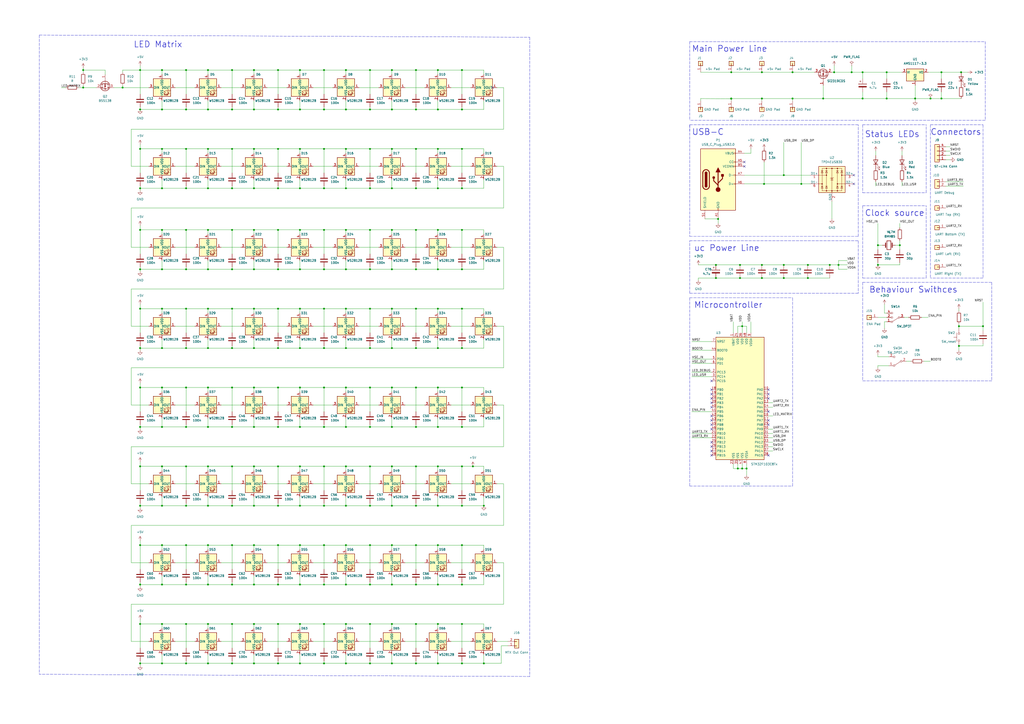
<source format=kicad_sch>
(kicad_sch (version 20211123) (generator eeschema)
  (paper "A2")
  (junction (at 280.67 384.81))
  (junction (at 521.97 142.24))
  (junction (at 227.33 384.81))
  (junction (at 241.3 86.36))
  (junction (at 147.32 316.23))
  (junction (at 227.33 86.36))
  (junction (at 570.23 189.23))
  (junction (at 93.98 40.64))
  (junction (at 161.29 40.64))
  (junction (at 556.26 200.66))
  (junction (at 147.32 293.37))
  (junction (at 267.97 109.22))
  (junction (at 187.96 339.09))
  (junction (at 539.75 57.15))
  (junction (at 134.62 109.22))
  (junction (at 280.67 293.37))
  (junction (at 107.95 40.64))
  (junction (at 161.29 361.95))
  (junction (at 161.29 133.35))
  (junction (at 433.07 271.78))
  (junction (at 483.87 41.91))
  (junction (at 93.98 201.93))
  (junction (at 81.28 316.23))
  (junction (at 494.03 41.91))
  (junction (at 241.3 201.93))
  (junction (at 254 40.64))
  (junction (at 214.63 156.21))
  (junction (at 200.66 40.64))
  (junction (at 147.32 40.64))
  (junction (at 147.32 224.79))
  (junction (at 454.66 161.29))
  (junction (at 93.98 133.35))
  (junction (at 147.32 384.81))
  (junction (at 134.62 361.95))
  (junction (at 187.96 179.07))
  (junction (at 415.29 161.29))
  (junction (at 267.97 201.93))
  (junction (at 81.28 247.65))
  (junction (at 187.96 270.51))
  (junction (at 81.28 339.09))
  (junction (at 254 293.37))
  (junction (at 200.66 224.79))
  (junction (at 173.99 384.81))
  (junction (at 430.53 189.23))
  (junction (at 509.27 153.67))
  (junction (at 227.33 109.22))
  (junction (at 254 270.51))
  (junction (at 509.27 142.24))
  (junction (at 173.99 247.65))
  (junction (at 93.98 63.5))
  (junction (at 187.96 224.79))
  (junction (at 241.3 179.07))
  (junction (at 200.66 270.51))
  (junction (at 267.97 86.36))
  (junction (at 187.96 201.93))
  (junction (at 187.96 40.64))
  (junction (at 267.97 133.35))
  (junction (at 200.66 63.5))
  (junction (at 134.62 63.5))
  (junction (at 441.96 41.91))
  (junction (at 107.95 384.81))
  (junction (at 214.63 270.51))
  (junction (at 214.63 247.65))
  (junction (at 173.99 156.21))
  (junction (at 81.28 63.5))
  (junction (at 227.33 201.93))
  (junction (at 459.74 41.91))
  (junction (at 93.98 270.51))
  (junction (at 254 384.81))
  (junction (at 161.29 384.81))
  (junction (at 120.65 86.36))
  (junction (at 274.32 270.51))
  (junction (at 173.99 270.51))
  (junction (at 147.32 156.21))
  (junction (at 241.3 156.21))
  (junction (at 227.33 40.64))
  (junction (at 254 339.09))
  (junction (at 161.29 156.21))
  (junction (at 187.96 384.81))
  (junction (at 120.65 201.93))
  (junction (at 147.32 270.51))
  (junction (at 500.38 57.15))
  (junction (at 200.66 179.07))
  (junction (at 81.28 201.93))
  (junction (at 214.63 109.22))
  (junction (at 173.99 339.09))
  (junction (at 120.65 63.5))
  (junction (at 120.65 270.51))
  (junction (at 120.65 316.23))
  (junction (at 107.95 339.09))
  (junction (at 173.99 361.95))
  (junction (at 107.95 133.35))
  (junction (at 120.65 361.95))
  (junction (at 424.18 41.91))
  (junction (at 173.99 201.93))
  (junction (at 81.28 156.21))
  (junction (at 93.98 86.36))
  (junction (at 254 201.93))
  (junction (at 214.63 316.23))
  (junction (at 173.99 316.23))
  (junction (at 267.97 316.23))
  (junction (at 93.98 339.09))
  (junction (at 107.95 86.36))
  (junction (at 81.28 40.64))
  (junction (at 200.66 247.65))
  (junction (at 161.29 109.22))
  (junction (at 93.98 293.37))
  (junction (at 173.99 40.64))
  (junction (at 214.63 133.35))
  (junction (at 173.99 179.07))
  (junction (at 134.62 201.93))
  (junction (at 241.3 316.23))
  (junction (at 254 109.22))
  (junction (at 464.82 106.68))
  (junction (at 424.18 57.2671))
  (junction (at 241.3 270.51))
  (junction (at 81.28 86.36))
  (junction (at 514.35 41.91))
  (junction (at 107.95 270.51))
  (junction (at 227.33 179.07))
  (junction (at 187.96 63.5))
  (junction (at 267.97 339.09))
  (junction (at 173.99 63.5))
  (junction (at 227.33 156.21))
  (junction (at 147.32 201.93))
  (junction (at 241.3 361.95))
  (junction (at 81.28 384.81))
  (junction (at 241.3 247.65))
  (junction (at 214.63 40.64))
  (junction (at 227.33 316.23))
  (junction (at 93.98 247.65))
  (junction (at 241.3 293.37))
  (junction (at 454.66 101.6))
  (junction (at 147.32 179.07))
  (junction (at 134.62 339.09))
  (junction (at 241.3 224.79))
  (junction (at 254 224.79))
  (junction (at 107.95 179.07))
  (junction (at 214.63 201.93))
  (junction (at 107.95 63.5))
  (junction (at 161.29 293.37))
  (junction (at 120.65 247.65))
  (junction (at 214.63 361.95))
  (junction (at 107.95 156.21))
  (junction (at 200.66 316.23))
  (junction (at 459.74 57.15))
  (junction (at 134.62 270.51))
  (junction (at 486.41 153.67))
  (junction (at 134.62 156.21))
  (junction (at 107.95 224.79))
  (junction (at 514.35 57.15))
  (junction (at 147.32 86.36))
  (junction (at 267.97 247.65))
  (junction (at 187.96 133.35))
  (junction (at 557.53 41.91))
  (junction (at 120.65 133.35))
  (junction (at 120.65 40.64))
  (junction (at 214.63 293.37))
  (junction (at 93.98 224.79))
  (junction (at 187.96 109.22))
  (junction (at 81.28 270.51))
  (junction (at 416.56 127))
  (junction (at 81.28 224.79))
  (junction (at 187.96 86.36))
  (junction (at 254 133.35))
  (junction (at 81.28 293.37))
  (junction (at 147.32 109.22))
  (junction (at 134.62 247.65))
  (junction (at 134.62 293.37))
  (junction (at 254 316.23))
  (junction (at 200.66 86.36))
  (junction (at 161.29 201.93))
  (junction (at 173.99 224.79))
  (junction (at 134.62 316.23))
  (junction (at 200.66 109.22))
  (junction (at 254 361.95))
  (junction (at 267.97 179.07))
  (junction (at 454.66 153.67))
  (junction (at 93.98 384.81))
  (junction (at 173.99 133.35))
  (junction (at 430.53 271.78))
  (junction (at 546.1 41.91))
  (junction (at 254 179.07))
  (junction (at 227.33 63.5))
  (junction (at 93.98 361.95))
  (junction (at 254 86.36))
  (junction (at 161.29 270.51))
  (junction (at 227.33 361.95))
  (junction (at 267.97 384.81))
  (junction (at 187.96 156.21))
  (junction (at 161.29 339.09))
  (junction (at 107.95 247.65))
  (junction (at 161.29 63.5))
  (junction (at 429.26 153.67))
  (junction (at 173.99 109.22))
  (junction (at 161.29 224.79))
  (junction (at 241.3 339.09))
  (junction (at 200.66 133.35))
  (junction (at 134.62 40.64))
  (junction (at 227.33 270.51))
  (junction (at 107.95 201.93))
  (junction (at 427.99 271.78))
  (junction (at 120.65 109.22))
  (junction (at 214.63 384.81))
  (junction (at 267.97 361.95))
  (junction (at 214.63 86.36))
  (junction (at 227.33 133.35))
  (junction (at 147.32 339.09))
  (junction (at 107.95 293.37))
  (junction (at 500.38 41.91))
  (junction (at 227.33 339.09))
  (junction (at 173.99 86.36))
  (junction (at 107.95 361.95))
  (junction (at 93.98 109.22))
  (junction (at 214.63 63.5))
  (junction (at 241.3 384.81))
  (junction (at 147.32 247.65))
  (junction (at 120.65 339.09))
  (junction (at 267.97 40.64))
  (junction (at 267.97 156.21))
  (junction (at 71.12 50.8))
  (junction (at 429.26 161.29))
  (junction (at 93.98 316.23))
  (junction (at 241.3 133.35))
  (junction (at 241.3 109.22))
  (junction (at 147.32 361.95))
  (junction (at 187.96 247.65))
  (junction (at 93.98 179.07))
  (junction (at 187.96 361.95))
  (junction (at 241.3 63.5))
  (junction (at 441.96 57.15))
  (junction (at 227.33 247.65))
  (junction (at 200.66 339.09))
  (junction (at 200.66 156.21))
  (junction (at 468.63 161.29))
  (junction (at 120.65 156.21))
  (junction (at 107.95 316.23))
  (junction (at 254 63.5))
  (junction (at 120.65 224.79))
  (junction (at 161.29 86.36))
  (junction (at 134.62 224.79))
  (junction (at 267.97 293.37))
  (junction (at 441.96 153.67))
  (junction (at 161.29 247.65))
  (junction (at 173.99 293.37))
  (junction (at 227.33 293.37))
  (junction (at 81.28 109.22))
  (junction (at 48.26 50.8))
  (junction (at 468.63 153.67))
  (junction (at 120.65 384.81))
  (junction (at 415.29 153.67))
  (junction (at 267.97 63.5))
  (junction (at 200.66 361.95))
  (junction (at 241.3 40.64))
  (junction (at 530.86 57.15))
  (junction (at 200.66 384.81))
  (junction (at 267.97 224.79))
  (junction (at 443.23 106.68))
  (junction (at 81.28 179.07))
  (junction (at 187.96 293.37))
  (junction (at 481.33 153.67))
  (junction (at 546.1 57.15))
  (junction (at 147.32 133.35))
  (junction (at 214.63 224.79))
  (junction (at 267.97 270.51))
  (junction (at 227.33 224.79))
  (junction (at 441.96 161.29))
  (junction (at 93.98 156.21))
  (junction (at 254 156.21))
  (junction (at 48.26 40.64))
  (junction (at 200.66 201.93))
  (junction (at 214.63 179.07))
  (junction (at 134.62 86.36))
  (junction (at 120.65 293.37))
  (junction (at 556.26 189.23))
  (junction (at 107.95 109.22))
  (junction (at 81.28 361.95))
  (junction (at 424.18 57.15))
  (junction (at 134.62 384.81))
  (junction (at 214.63 339.09))
  (junction (at 147.32 63.5))
  (junction (at 161.29 179.07))
  (junction (at 161.29 316.23))
  (junction (at 477.52 57.15))
  (junction (at 254 247.65))
  (junction (at 134.62 179.07))
  (junction (at 134.62 133.35))
  (junction (at 200.66 293.37))
  (junction (at 120.65 179.07))
  (junction (at 81.28 133.35))
  (junction (at 187.96 316.23))
  (no_connect (at 412.75 261.62))
  (no_connect (at 412.75 256.54))
  (no_connect (at 412.75 264.16))
  (no_connect (at 412.75 259.08))
  (no_connect (at 445.77 264.16))
  (no_connect (at 285.75 50.8))
  (no_connect (at 431.8 96.52))
  (no_connect (at 431.8 93.98))
  (no_connect (at 412.75 231.14))
  (no_connect (at 445.77 246.38))
  (no_connect (at 445.77 243.84))
  (no_connect (at 445.77 231.14))
  (no_connect (at 445.77 228.6))
  (no_connect (at 445.77 226.06))
  (no_connect (at 412.75 228.6))
  (no_connect (at 412.75 220.98))
  (no_connect (at 412.75 233.68))
  (no_connect (at 412.75 226.06))
  (no_connect (at 412.75 246.38))
  (no_connect (at 412.75 241.3))
  (no_connect (at 412.75 236.22))
  (no_connect (at 412.75 248.92))
  (no_connect (at 412.75 243.84))
  (no_connect (at 445.77 238.76))
  (no_connect (at 495.3 101.6))
  (no_connect (at 495.3 106.68))
  (wire (pts (xy 441.96 153.67) (xy 429.26 153.67)))
  (wire (pts (xy 187.96 384.81) (xy 187.96 383.54)))
  (wire (pts (xy 200.66 270.51) (xy 200.66 273.05)))
  (wire (pts (xy 173.99 293.37) (xy 161.29 293.37)))
  (wire (pts (xy 539.75 57.15) (xy 546.1 57.15)))
  (wire (pts (xy 508 105.41) (xy 508 107.95)))
  (wire (pts (xy 267.97 316.23) (xy 280.67 316.23)))
  (wire (pts (xy 93.98 109.22) (xy 81.28 109.22)))
  (wire (pts (xy 81.28 40.64) (xy 71.12 40.64)))
  (wire (pts (xy 500.38 57.15) (xy 500.38 53.34)))
  (wire (pts (xy 214.63 40.64) (xy 227.33 40.64)))
  (wire (pts (xy 107.95 284.48) (xy 107.95 270.51)))
  (wire (pts (xy 93.98 133.35) (xy 93.98 135.89)))
  (wire (pts (xy 81.28 294.64) (xy 81.28 293.37)))
  (wire (pts (xy 433.07 189.23) (xy 433.07 193.04)))
  (wire (pts (xy 292.1 259.08) (xy 76.2 259.08)))
  (wire (pts (xy 401.32 215.9) (xy 412.75 215.9)))
  (wire (pts (xy 214.63 63.5) (xy 214.63 62.23)))
  (wire (pts (xy 227.33 179.07) (xy 241.3 179.07)))
  (wire (pts (xy 486.41 151.13) (xy 486.41 153.67)))
  (wire (pts (xy 154.94 143.51) (xy 166.37 143.51)))
  (wire (pts (xy 107.95 201.93) (xy 120.65 201.93)))
  (wire (pts (xy 107.95 238.76) (xy 107.95 224.79)))
  (polyline (pts (xy 22.86 20.32) (xy 307.34 21.59)))
  (wire (pts (xy 509.27 184.15) (xy 514.35 184.15)))
  (wire (pts (xy 181.61 280.67) (xy 193.04 280.67)))
  (wire (pts (xy 81.28 224.79) (xy 93.98 224.79)))
  (wire (pts (xy 509.27 205.74) (xy 509.27 207.01)))
  (wire (pts (xy 120.65 58.42) (xy 120.65 63.5)))
  (wire (pts (xy 513.08 181.61) (xy 513.08 176.53)))
  (wire (pts (xy 214.63 224.79) (xy 227.33 224.79)))
  (wire (pts (xy 254 201.93) (xy 241.3 201.93)))
  (wire (pts (xy 120.65 247.65) (xy 134.62 247.65)))
  (wire (pts (xy 173.99 361.95) (xy 187.96 361.95)))
  (wire (pts (xy 234.95 143.51) (xy 246.38 143.51)))
  (wire (pts (xy 427.99 189.23) (xy 427.99 193.04)))
  (wire (pts (xy 173.99 288.29) (xy 173.99 293.37)))
  (wire (pts (xy 107.95 247.65) (xy 120.65 247.65)))
  (wire (pts (xy 227.33 224.79) (xy 227.33 227.33)))
  (wire (pts (xy 406.4 57.15) (xy 406.4 58.42)))
  (wire (pts (xy 76.2 74.93) (xy 76.2 96.52)))
  (wire (pts (xy 500.38 41.91) (xy 500.38 45.72)))
  (wire (pts (xy 254 339.09) (xy 241.3 339.09)))
  (wire (pts (xy 288.29 280.67) (xy 292.1 280.67)))
  (wire (pts (xy 173.99 133.35) (xy 187.96 133.35)))
  (wire (pts (xy 81.28 359.41) (xy 81.28 361.95)))
  (wire (pts (xy 288.29 372.11) (xy 294.64 372.11)))
  (wire (pts (xy 93.98 242.57) (xy 93.98 247.65)))
  (wire (pts (xy 93.98 224.79) (xy 107.95 224.79)))
  (wire (pts (xy 214.63 293.37) (xy 227.33 293.37)))
  (wire (pts (xy 280.67 334.01) (xy 280.67 339.09)))
  (wire (pts (xy 101.6 326.39) (xy 113.03 326.39)))
  (wire (pts (xy 570.23 175.26) (xy 570.23 189.23)))
  (wire (pts (xy 187.96 384.81) (xy 200.66 384.81)))
  (wire (pts (xy 254 316.23) (xy 267.97 316.23)))
  (wire (pts (xy 477.52 57.15) (xy 500.38 57.15)))
  (wire (pts (xy 128.27 96.52) (xy 139.7 96.52)))
  (wire (pts (xy 173.99 63.5) (xy 187.96 63.5)))
  (polyline (pts (xy 459.74 281.94) (xy 459.74 172.72)))
  (wire (pts (xy 200.66 40.64) (xy 214.63 40.64)))
  (wire (pts (xy 511.81 142.24) (xy 509.27 142.24)))
  (wire (pts (xy 200.66 104.14) (xy 200.66 109.22)))
  (wire (pts (xy 173.99 156.21) (xy 161.29 156.21)))
  (wire (pts (xy 570.23 189.23) (xy 570.23 191.77)))
  (wire (pts (xy 173.99 293.37) (xy 187.96 293.37)))
  (wire (pts (xy 267.97 193.04) (xy 267.97 179.07)))
  (wire (pts (xy 120.65 151.13) (xy 120.65 156.21)))
  (wire (pts (xy 292.1 280.67) (xy 292.1 304.8)))
  (wire (pts (xy 147.32 293.37) (xy 161.29 293.37)))
  (polyline (pts (xy 500.38 163.83) (xy 575.31 163.83)))
  (wire (pts (xy 147.32 109.22) (xy 161.29 109.22)))
  (wire (pts (xy 254 293.37) (xy 267.97 293.37)))
  (wire (pts (xy 214.63 147.32) (xy 214.63 133.35)))
  (wire (pts (xy 86.36 143.51) (xy 76.2 143.51)))
  (wire (pts (xy 521.97 139.7) (xy 521.97 142.24)))
  (wire (pts (xy 431.8 101.6) (xy 454.66 101.6)))
  (wire (pts (xy 107.95 384.81) (xy 120.65 384.81)))
  (wire (pts (xy 93.98 384.81) (xy 81.28 384.81)))
  (polyline (pts (xy 400.05 24.13) (xy 571.5 24.13)))
  (wire (pts (xy 445.77 241.3) (xy 448.31 241.3)))
  (wire (pts (xy 107.95 63.5) (xy 107.95 62.23)))
  (wire (pts (xy 214.63 86.36) (xy 227.33 86.36)))
  (wire (pts (xy 254 86.36) (xy 267.97 86.36)))
  (wire (pts (xy 254 58.42) (xy 254 63.5)))
  (wire (pts (xy 147.32 179.07) (xy 147.32 181.61)))
  (wire (pts (xy 120.65 156.21) (xy 134.62 156.21)))
  (wire (pts (xy 254 247.65) (xy 267.97 247.65)))
  (wire (pts (xy 200.66 288.29) (xy 200.66 293.37)))
  (wire (pts (xy 254 201.93) (xy 267.97 201.93)))
  (wire (pts (xy 173.99 179.07) (xy 173.99 181.61)))
  (wire (pts (xy 454.66 101.6) (xy 469.9 101.6)))
  (wire (pts (xy 71.12 40.64) (xy 71.12 41.91)))
  (wire (pts (xy 134.62 238.76) (xy 134.62 224.79)))
  (wire (pts (xy 187.96 224.79) (xy 200.66 224.79)))
  (wire (pts (xy 181.61 143.51) (xy 193.04 143.51)))
  (wire (pts (xy 128.27 234.95) (xy 139.7 234.95)))
  (wire (pts (xy 427.99 271.78) (xy 427.99 269.24)))
  (wire (pts (xy 120.65 288.29) (xy 120.65 293.37)))
  (wire (pts (xy 401.32 238.76) (xy 412.75 238.76)))
  (wire (pts (xy 134.62 361.95) (xy 147.32 361.95)))
  (wire (pts (xy 147.32 339.09) (xy 161.29 339.09)))
  (wire (pts (xy 227.33 179.07) (xy 227.33 181.61)))
  (wire (pts (xy 292.1 50.8) (xy 292.1 74.93)))
  (wire (pts (xy 445.77 236.22) (xy 448.31 236.22)))
  (wire (pts (xy 405.13 162.56) (xy 405.13 161.29)))
  (wire (pts (xy 48.26 39.37) (xy 48.26 40.64)))
  (wire (pts (xy 161.29 100.33) (xy 161.29 86.36)))
  (wire (pts (xy 93.98 379.73) (xy 93.98 384.81)))
  (wire (pts (xy 280.67 379.73) (xy 280.67 384.81)))
  (wire (pts (xy 120.65 379.73) (xy 120.65 384.81)))
  (wire (pts (xy 561.34 41.91) (xy 557.53 41.91)))
  (wire (pts (xy 147.32 361.95) (xy 161.29 361.95)))
  (wire (pts (xy 200.66 224.79) (xy 200.66 227.33)))
  (wire (pts (xy 173.99 151.13) (xy 173.99 156.21)))
  (wire (pts (xy 81.28 147.32) (xy 81.28 133.35)))
  (wire (pts (xy 101.6 234.95) (xy 113.03 234.95)))
  (wire (pts (xy 241.3 293.37) (xy 241.3 292.1)))
  (wire (pts (xy 441.96 161.29) (xy 429.26 161.29)))
  (wire (pts (xy 107.95 156.21) (xy 120.65 156.21)))
  (wire (pts (xy 234.95 326.39) (xy 246.38 326.39)))
  (wire (pts (xy 254 40.64) (xy 254 43.18)))
  (wire (pts (xy 134.62 316.23) (xy 147.32 316.23)))
  (wire (pts (xy 93.98 316.23) (xy 93.98 318.77)))
  (wire (pts (xy 187.96 330.2) (xy 187.96 316.23)))
  (wire (pts (xy 173.99 109.22) (xy 161.29 109.22)))
  (wire (pts (xy 161.29 193.04) (xy 161.29 179.07)))
  (wire (pts (xy 427.99 271.78) (xy 430.53 271.78)))
  (wire (pts (xy 107.95 193.04) (xy 107.95 179.07)))
  (wire (pts (xy 491.49 156.21) (xy 486.41 156.21)))
  (wire (pts (xy 147.32 40.64) (xy 147.32 43.18)))
  (wire (pts (xy 134.62 375.92) (xy 134.62 361.95)))
  (wire (pts (xy 261.62 326.39) (xy 273.05 326.39)))
  (polyline (pts (xy 571.5 24.13) (xy 571.5 69.85)))
  (wire (pts (xy 280.67 196.85) (xy 280.67 201.93)))
  (wire (pts (xy 481.33 153.67) (xy 468.63 153.67)))
  (wire (pts (xy 120.65 201.93) (xy 134.62 201.93)))
  (wire (pts (xy 81.28 361.95) (xy 93.98 361.95)))
  (wire (pts (xy 200.66 40.64) (xy 200.66 43.18)))
  (wire (pts (xy 81.28 100.33) (xy 81.28 86.36)))
  (wire (pts (xy 147.32 179.07) (xy 161.29 179.07)))
  (wire (pts (xy 81.28 267.97) (xy 81.28 270.51)))
  (wire (pts (xy 76.2 280.67) (xy 86.36 280.67)))
  (wire (pts (xy 187.96 147.32) (xy 187.96 133.35)))
  (wire (pts (xy 93.98 270.51) (xy 93.98 273.05)))
  (wire (pts (xy 120.65 133.35) (xy 134.62 133.35)))
  (polyline (pts (xy 400.05 281.94) (xy 459.74 281.94)))
  (wire (pts (xy 120.65 196.85) (xy 120.65 201.93)))
  (wire (pts (xy 173.99 316.23) (xy 187.96 316.23)))
  (wire (pts (xy 445.77 259.08) (xy 448.31 259.08)))
  (wire (pts (xy 101.6 372.11) (xy 113.03 372.11)))
  (wire (pts (xy 60.96 40.64) (xy 48.26 40.64)))
  (wire (pts (xy 66.04 50.8) (xy 71.12 50.8)))
  (wire (pts (xy 292.1 213.36) (xy 76.2 213.36)))
  (wire (pts (xy 147.32 40.64) (xy 161.29 40.64)))
  (wire (pts (xy 161.29 293.37) (xy 161.29 292.1)))
  (wire (pts (xy 35.56 50.8) (xy 38.1 50.8)))
  (wire (pts (xy 548.64 85.09) (xy 551.18 85.09)))
  (wire (pts (xy 173.99 86.36) (xy 187.96 86.36)))
  (wire (pts (xy 81.28 293.37) (xy 81.28 292.1)))
  (wire (pts (xy 187.96 339.09) (xy 187.96 337.82)))
  (wire (pts (xy 486.41 153.67) (xy 491.49 153.67)))
  (wire (pts (xy 401.32 210.82) (xy 412.75 210.82)))
  (wire (pts (xy 227.33 242.57) (xy 227.33 247.65)))
  (wire (pts (xy 81.28 86.36) (xy 93.98 86.36)))
  (wire (pts (xy 93.98 40.64) (xy 107.95 40.64)))
  (wire (pts (xy 227.33 339.09) (xy 241.3 339.09)))
  (wire (pts (xy 134.62 133.35) (xy 147.32 133.35)))
  (wire (pts (xy 254 293.37) (xy 241.3 293.37)))
  (wire (pts (xy 134.62 284.48) (xy 134.62 270.51)))
  (wire (pts (xy 241.3 193.04) (xy 241.3 179.07)))
  (wire (pts (xy 173.99 58.42) (xy 173.99 63.5)))
  (wire (pts (xy 187.96 109.22) (xy 200.66 109.22)))
  (wire (pts (xy 173.99 179.07) (xy 187.96 179.07)))
  (wire (pts (xy 254 151.13) (xy 254 156.21)))
  (wire (pts (xy 161.29 384.81) (xy 161.29 383.54)))
  (wire (pts (xy 254 133.35) (xy 254 135.89)))
  (polyline (pts (xy 575.31 163.83) (xy 575.31 220.98)))
  (wire (pts (xy 120.65 40.64) (xy 134.62 40.64)))
  (wire (pts (xy 187.96 40.64) (xy 200.66 40.64)))
  (wire (pts (xy 292.1 350.52) (xy 76.2 350.52)))
  (wire (pts (xy 81.28 157.48) (xy 81.28 156.21)))
  (wire (pts (xy 107.95 224.79) (xy 120.65 224.79)))
  (wire (pts (xy 200.66 133.35) (xy 214.63 133.35)))
  (wire (pts (xy 147.32 361.95) (xy 147.32 364.49)))
  (wire (pts (xy 134.62 100.33) (xy 134.62 86.36)))
  (polyline (pts (xy 537.21 111.76) (xy 537.21 72.39)))
  (wire (pts (xy 425.45 271.78) (xy 425.45 269.24)))
  (wire (pts (xy 241.3 339.09) (xy 241.3 337.82)))
  (wire (pts (xy 93.98 270.51) (xy 107.95 270.51)))
  (wire (pts (xy 241.3 40.64) (xy 254 40.64)))
  (wire (pts (xy 280.67 133.35) (xy 280.67 135.89)))
  (wire (pts (xy 120.65 40.64) (xy 120.65 43.18)))
  (wire (pts (xy 60.96 43.18) (xy 60.96 40.64)))
  (wire (pts (xy 93.98 63.5) (xy 81.28 63.5)))
  (wire (pts (xy 241.3 330.2) (xy 241.3 316.23)))
  (wire (pts (xy 214.63 238.76) (xy 214.63 224.79)))
  (wire (pts (xy 173.99 242.57) (xy 173.99 247.65)))
  (wire (pts (xy 81.28 386.08) (xy 81.28 384.81)))
  (wire (pts (xy 254 242.57) (xy 254 247.65)))
  (wire (pts (xy 181.61 326.39) (xy 193.04 326.39)))
  (wire (pts (xy 107.95 147.32) (xy 107.95 133.35)))
  (wire (pts (xy 81.28 340.36) (xy 81.28 339.09)))
  (wire (pts (xy 120.65 339.09) (xy 134.62 339.09)))
  (wire (pts (xy 93.98 104.14) (xy 93.98 109.22)))
  (wire (pts (xy 93.98 361.95) (xy 93.98 364.49)))
  (wire (pts (xy 161.29 63.5) (xy 161.29 62.23)))
  (wire (pts (xy 558.8 105.41) (xy 548.64 105.41)))
  (wire (pts (xy 147.32 86.36) (xy 147.32 88.9)))
  (wire (pts (xy 443.23 106.68) (xy 464.82 106.68)))
  (wire (pts (xy 147.32 316.23) (xy 161.29 316.23)))
  (wire (pts (xy 147.32 288.29) (xy 147.32 293.37)))
  (wire (pts (xy 134.62 109.22) (xy 134.62 107.95)))
  (wire (pts (xy 187.96 247.65) (xy 200.66 247.65)))
  (wire (pts (xy 486.41 156.21) (xy 486.41 153.67)))
  (wire (pts (xy 280.67 104.14) (xy 280.67 109.22)))
  (wire (pts (xy 81.28 201.93) (xy 81.28 200.66)))
  (wire (pts (xy 254 339.09) (xy 267.97 339.09)))
  (wire (pts (xy 147.32 63.5) (xy 161.29 63.5)))
  (wire (pts (xy 214.63 339.09) (xy 227.33 339.09)))
  (wire (pts (xy 134.62 330.2) (xy 134.62 316.23)))
  (wire (pts (xy 509.27 152.4) (xy 509.27 153.67)))
  (wire (pts (xy 494.03 38.1) (xy 494.03 41.91)))
  (wire (pts (xy 254 109.22) (xy 241.3 109.22)))
  (wire (pts (xy 173.99 40.64) (xy 187.96 40.64)))
  (wire (pts (xy 120.65 179.07) (xy 120.65 181.61)))
  (wire (pts (xy 214.63 156.21) (xy 227.33 156.21)))
  (wire (pts (xy 435.61 86.36) (xy 435.61 88.9)))
  (wire (pts (xy 93.98 179.07) (xy 93.98 181.61)))
  (wire (pts (xy 214.63 339.09) (xy 214.63 337.82)))
  (wire (pts (xy 405.13 161.29) (xy 415.29 161.29)))
  (wire (pts (xy 101.6 280.67) (xy 113.03 280.67)))
  (wire (pts (xy 267.97 247.65) (xy 267.97 246.38)))
  (wire (pts (xy 154.94 50.8) (xy 166.37 50.8)))
  (wire (pts (xy 187.96 133.35) (xy 200.66 133.35)))
  (wire (pts (xy 200.66 379.73) (xy 200.66 384.81)))
  (wire (pts (xy 200.66 316.23) (xy 214.63 316.23)))
  (wire (pts (xy 530.86 49.53) (xy 530.86 57.15)))
  (wire (pts (xy 280.67 151.13) (xy 280.67 156.21)))
  (wire (pts (xy 76.2 167.64) (xy 76.2 189.23)))
  (wire (pts (xy 254 361.95) (xy 267.97 361.95)))
  (wire (pts (xy 509.27 129.54) (xy 509.27 142.24)))
  (wire (pts (xy 292.1 304.8) (xy 76.2 304.8)))
  (wire (pts (xy 161.29 147.32) (xy 161.29 133.35)))
  (wire (pts (xy 254 384.81) (xy 267.97 384.81)))
  (wire (pts (xy 227.33 361.95) (xy 241.3 361.95)))
  (wire (pts (xy 200.66 361.95) (xy 200.66 364.49)))
  (wire (pts (xy 241.3 147.32) (xy 241.3 133.35)))
  (wire (pts (xy 435.61 186.69) (xy 435.61 193.04)))
  (wire (pts (xy 101.6 96.52) (xy 113.03 96.52)))
  (wire (pts (xy 454.66 153.67) (xy 441.96 153.67)))
  (wire (pts (xy 288.29 234.95) (xy 292.1 234.95)))
  (wire (pts (xy 261.62 50.8) (xy 273.05 50.8)))
  (polyline (pts (xy 497.84 72.39) (xy 400.05 72.39)))
  (wire (pts (xy 267.97 284.48) (xy 267.97 270.51)))
  (wire (pts (xy 154.94 96.52) (xy 166.37 96.52)))
  (wire (pts (xy 227.33 201.93) (xy 241.3 201.93)))
  (wire (pts (xy 509.27 213.36) (xy 509.27 212.09)))
  (wire (pts (xy 173.99 224.79) (xy 187.96 224.79)))
  (wire (pts (xy 45.72 50.8) (xy 48.26 50.8)))
  (wire (pts (xy 214.63 330.2) (xy 214.63 316.23)))
  (wire (pts (xy 93.98 133.35) (xy 107.95 133.35)))
  (wire (pts (xy 234.95 234.95) (xy 246.38 234.95)))
  (wire (pts (xy 241.3 247.65) (xy 241.3 246.38)))
  (wire (pts (xy 173.99 270.51) (xy 173.99 273.05)))
  (wire (pts (xy 147.32 133.35) (xy 161.29 133.35)))
  (wire (pts (xy 214.63 384.81) (xy 214.63 383.54)))
  (wire (pts (xy 558.8 107.95) (xy 548.64 107.95)))
  (wire (pts (xy 120.65 109.22) (xy 134.62 109.22)))
  (wire (pts (xy 459.74 57.15) (xy 459.74 58.42)))
  (wire (pts (xy 120.65 63.5) (xy 134.62 63.5)))
  (wire (pts (xy 93.98 339.09) (xy 81.28 339.09)))
  (wire (pts (xy 120.65 316.23) (xy 134.62 316.23)))
  (wire (pts (xy 267.97 179.07) (xy 280.67 179.07)))
  (wire (pts (xy 93.98 288.29) (xy 93.98 293.37)))
  (wire (pts (xy 147.32 156.21) (xy 134.62 156.21)))
  (wire (pts (xy 441.96 41.91) (xy 459.74 41.91)))
  (wire (pts (xy 181.61 50.8) (xy 193.04 50.8)))
  (wire (pts (xy 509.27 142.24) (xy 509.27 144.78)))
  (wire (pts (xy 556.26 189.23) (xy 556.26 190.5)))
  (wire (pts (xy 227.33 361.95) (xy 227.33 364.49)))
  (wire (pts (xy 187.96 201.93) (xy 187.96 200.66)))
  (wire (pts (xy 134.62 247.65) (xy 134.62 246.38)))
  (wire (pts (xy 234.95 372.11) (xy 246.38 372.11)))
  (wire (pts (xy 81.28 284.48) (xy 81.28 270.51)))
  (wire (pts (xy 76.2 213.36) (xy 76.2 234.95)))
  (wire (pts (xy 445.77 261.62) (xy 448.31 261.62)))
  (wire (pts (xy 430.53 189.23) (xy 433.07 189.23)))
  (wire (pts (xy 459.74 57.15) (xy 477.52 57.15)))
  (wire (pts (xy 445.77 256.54) (xy 448.31 256.54)))
  (wire (pts (xy 241.3 224.79) (xy 254 224.79)))
  (wire (pts (xy 227.33 316.23) (xy 227.33 318.77)))
  (wire (pts (xy 254 179.07) (xy 254 181.61)))
  (wire (pts (xy 93.98 334.01) (xy 93.98 339.09)))
  (wire (pts (xy 280.67 86.36) (xy 280.67 88.9)))
  (wire (pts (xy 254 63.5) (xy 241.3 63.5)))
  (wire (pts (xy 292.1 167.64) (xy 76.2 167.64)))
  (polyline (pts (xy 400.05 170.18) (xy 400.05 139.7)))
  (wire (pts (xy 415.29 161.29) (xy 429.26 161.29)))
  (wire (pts (xy 107.95 40.64) (xy 120.65 40.64)))
  (wire (pts (xy 227.33 109.22) (xy 241.3 109.22)))
  (wire (pts (xy 81.28 330.2) (xy 81.28 316.23)))
  (wire (pts (xy 147.32 156.21) (xy 161.29 156.21)))
  (wire (pts (xy 500.38 57.15) (xy 514.35 57.15)))
  (wire (pts (xy 227.33 224.79) (xy 241.3 224.79)))
  (wire (pts (xy 173.99 201.93) (xy 187.96 201.93)))
  (wire (pts (xy 93.98 109.22) (xy 107.95 109.22)))
  (wire (pts (xy 81.28 375.92) (xy 81.28 361.95)))
  (wire (pts (xy 71.12 49.53) (xy 71.12 50.8)))
  (wire (pts (xy 81.28 384.81) (xy 81.28 383.54)))
  (wire (pts (xy 107.95 361.95) (xy 120.65 361.95)))
  (wire (pts (xy 147.32 293.37) (xy 134.62 293.37)))
  (wire (pts (xy 107.95 330.2) (xy 107.95 316.23)))
  (wire (pts (xy 134.62 63.5) (xy 134.62 62.23)))
  (wire (pts (xy 147.32 151.13) (xy 147.32 156.21)))
  (wire (pts (xy 267.97 63.5) (xy 267.97 62.23)))
  (wire (pts (xy 280.67 109.22) (xy 267.97 109.22)))
  (wire (pts (xy 147.32 316.23) (xy 147.32 318.77)))
  (wire (pts (xy 81.28 54.61) (xy 81.28 40.64)))
  (wire (pts (xy 241.3 375.92) (xy 241.3 361.95)))
  (wire (pts (xy 107.95 375.92) (xy 107.95 361.95)))
  (wire (pts (xy 494.03 41.91) (xy 500.38 41.91)))
  (wire (pts (xy 288.29 143.51) (xy 292.1 143.51)))
  (wire (pts (xy 227.33 63.5) (xy 241.3 63.5)))
  (wire (pts (xy 161.29 156.21) (xy 161.29 154.94)))
  (wire (pts (xy 93.98 156.21) (xy 81.28 156.21)))
  (wire (pts (xy 214.63 156.21) (xy 214.63 154.94)))
  (wire (pts (xy 81.28 63.5) (xy 81.28 62.23)))
  (polyline (pts (xy 22.86 20.32) (xy 22.86 391.16)))
  (wire (pts (xy 254 379.73) (xy 254 384.81)))
  (wire (pts (xy 214.63 201.93) (xy 227.33 201.93)))
  (wire (pts (xy 454.66 161.29) (xy 441.96 161.29)))
  (wire (pts (xy 280.67 247.65) (xy 267.97 247.65)))
  (wire (pts (xy 200.66 293.37) (xy 214.63 293.37)))
  (wire (pts (xy 443.23 93.98) (xy 443.23 106.68)))
  (wire (pts (xy 514.35 41.91) (xy 514.35 45.72)))
  (wire (pts (xy 483.87 38.1) (xy 483.87 41.91)))
  (wire (pts (xy 173.99 133.35) (xy 173.99 135.89)))
  (polyline (pts (xy 539.75 72.39) (xy 539.75 161.29)))
  (wire (pts (xy 241.3 156.21) (xy 241.3 154.94)))
  (wire (pts (xy 208.28 50.8) (xy 219.71 50.8)))
  (wire (pts (xy 147.32 247.65) (xy 134.62 247.65)))
  (wire (pts (xy 514.35 181.61) (xy 513.08 181.61)))
  (wire (pts (xy 173.99 196.85) (xy 173.99 201.93)))
  (wire (pts (xy 120.65 224.79) (xy 134.62 224.79)))
  (polyline (pts (xy 400.05 139.7) (xy 497.84 139.7)))
  (wire (pts (xy 254 156.21) (xy 267.97 156.21)))
  (wire (pts (xy 534.67 184.15) (xy 538.48 184.15)))
  (wire (pts (xy 214.63 201.93) (xy 214.63 200.66)))
  (wire (pts (xy 454.66 82.55) (xy 454.66 101.6)))
  (wire (pts (xy 241.3 63.5) (xy 241.3 62.23)))
  (wire (pts (xy 120.65 293.37) (xy 134.62 293.37)))
  (wire (pts (xy 521.97 129.54) (xy 521.97 132.08)))
  (wire (pts (xy 214.63 293.37) (xy 214.63 292.1)))
  (wire (pts (xy 280.67 316.23) (xy 280.67 318.77)))
  (wire (pts (xy 513.08 186.69) (xy 513.08 190.5)))
  (wire (pts (xy 128.27 280.67) (xy 139.7 280.67)))
  (wire (pts (xy 93.98 247.65) (xy 107.95 247.65)))
  (wire (pts (xy 401.32 251.46) (xy 412.75 251.46)))
  (wire (pts (xy 76.2 120.65) (xy 76.2 143.51)))
  (wire (pts (xy 173.99 86.36) (xy 173.99 88.9)))
  (wire (pts (xy 200.66 179.07) (xy 214.63 179.07)))
  (wire (pts (xy 254 361.95) (xy 254 364.49)))
  (wire (pts (xy 134.62 384.81) (xy 134.62 383.54)))
  (wire (pts (xy 48.26 40.64) (xy 48.26 41.91)))
  (polyline (pts (xy 539.75 72.39) (xy 570.23 72.39)))
  (wire (pts (xy 120.65 361.95) (xy 134.62 361.95)))
  (wire (pts (xy 120.65 133.35) (xy 120.65 135.89)))
  (wire (pts (xy 154.94 280.67) (xy 166.37 280.67)))
  (wire (pts (xy 274.32 270.51) (xy 280.67 270.51)))
  (wire (pts (xy 430.53 186.69) (xy 430.53 189.23)))
  (wire (pts (xy 546.1 57.15) (xy 557.53 57.15)))
  (wire (pts (xy 401.32 254) (xy 412.75 254)))
  (wire (pts (xy 200.66 86.36) (xy 214.63 86.36)))
  (wire (pts (xy 482.6 41.91) (xy 483.87 41.91)))
  (wire (pts (xy 134.62 54.61) (xy 134.62 40.64)))
  (wire (pts (xy 481.33 153.67) (xy 486.41 153.67)))
  (wire (pts (xy 81.28 238.76) (xy 81.28 224.79)))
  (wire (pts (xy 430.53 271.78) (xy 433.07 271.78)))
  (wire (pts (xy 161.29 40.64) (xy 173.99 40.64)))
  (wire (pts (xy 292.1 74.93) (xy 76.2 74.93)))
  (polyline (pts (xy 307.34 392.43) (xy 22.86 391.16)))
  (wire (pts (xy 93.98 224.79) (xy 93.98 227.33)))
  (wire (pts (xy 227.33 293.37) (xy 241.3 293.37)))
  (wire (pts (xy 288.29 50.8) (xy 292.1 50.8)))
  (wire (pts (xy 161.29 224.79) (xy 173.99 224.79)))
  (wire (pts (xy 280.67 242.57) (xy 280.67 247.65)))
  (wire (pts (xy 280.67 224.79) (xy 280.67 227.33)))
  (wire (pts (xy 208.28 96.52) (xy 219.71 96.52)))
  (wire (pts (xy 187.96 193.04) (xy 187.96 179.07)))
  (wire (pts (xy 147.32 201.93) (xy 161.29 201.93)))
  (wire (pts (xy 425.45 186.69) (xy 425.45 193.04)))
  (wire (pts (xy 441.96 57.15) (xy 441.96 58.42)))
  (wire (pts (xy 161.29 247.65) (xy 161.29 246.38)))
  (wire (pts (xy 292.1 189.23) (xy 292.1 213.36)))
  (wire (pts (xy 187.96 270.51) (xy 200.66 270.51)))
  (wire (pts (xy 267.97 339.09) (xy 267.97 337.82)))
  (wire (pts (xy 93.98 247.65) (xy 81.28 247.65)))
  (polyline (pts (xy 400.05 172.72) (xy 459.74 172.72)))
  (wire (pts (xy 200.66 339.09) (xy 214.63 339.09)))
  (wire (pts (xy 468.63 161.29) (xy 454.66 161.29)))
  (wire (pts (xy 173.99 361.95) (xy 173.99 364.49)))
  (wire (pts (xy 556.26 200.66) (xy 556.26 203.2)))
  (wire (pts (xy 93.98 151.13) (xy 93.98 156.21)))
  (wire (pts (xy 482.6 127) (xy 482.6 116.84)))
  (wire (pts (xy 120.65 334.01) (xy 120.65 339.09)))
  (wire (pts (xy 187.96 63.5) (xy 200.66 63.5)))
  (wire (pts (xy 519.43 142.24) (xy 521.97 142.24)))
  (wire (pts (xy 93.98 201.93) (xy 81.28 201.93)))
  (wire (pts (xy 161.29 86.36) (xy 173.99 86.36)))
  (wire (pts (xy 208.28 143.51) (xy 219.71 143.51)))
  (wire (pts (xy 227.33 86.36) (xy 227.33 88.9)))
  (wire (pts (xy 173.99 247.65) (xy 187.96 247.65)))
  (wire (pts (xy 147.32 196.85) (xy 147.32 201.93)))
  (wire (pts (xy 267.97 361.95) (xy 280.67 361.95)))
  (wire (pts (xy 107.95 201.93) (xy 107.95 200.66)))
  (wire (pts (xy 261.62 143.51) (xy 273.05 143.51)))
  (wire (pts (xy 280.67 293.37) (xy 267.97 293.37)))
  (wire (pts (xy 208.28 372.11) (xy 219.71 372.11)))
  (wire (pts (xy 227.33 270.51) (xy 227.33 273.05)))
  (polyline (pts (xy 500.38 111.76) (xy 537.21 111.76)))
  (wire (pts (xy 93.98 293.37) (xy 107.95 293.37)))
  (wire (pts (xy 81.28 38.1) (xy 81.28 40.64)))
  (wire (pts (xy 76.2 304.8) (xy 76.2 326.39)))
  (wire (pts (xy 187.96 238.76) (xy 187.96 224.79)))
  (wire (pts (xy 200.66 151.13) (xy 200.66 156.21)))
  (wire (pts (xy 107.95 179.07) (xy 120.65 179.07)))
  (wire (pts (xy 234.95 50.8) (xy 246.38 50.8)))
  (wire (pts (xy 173.99 247.65) (xy 161.29 247.65)))
  (wire (pts (xy 254 334.01) (xy 254 339.09)))
  (wire (pts (xy 241.3 201.93) (xy 241.3 200.66)))
  (wire (pts (xy 161.29 375.92) (xy 161.29 361.95)))
  (wire (pts (xy 200.66 133.35) (xy 200.66 135.89)))
  (wire (pts (xy 570.23 200.66) (xy 570.23 199.39)))
  (polyline (pts (xy 570.23 161.29) (xy 539.75 161.29)))
  (wire (pts (xy 424.18 57.15) (xy 441.96 57.15)))
  (wire (pts (xy 173.99 201.93) (xy 161.29 201.93)))
  (wire (pts (xy 161.29 109.22) (xy 161.29 107.95)))
  (wire (pts (xy 254 86.36) (xy 254 88.9)))
  (wire (pts (xy 128.27 372.11) (xy 139.7 372.11)))
  (wire (pts (xy 173.99 156.21) (xy 187.96 156.21)))
  (wire (pts (xy 120.65 86.36) (xy 120.65 88.9)))
  (wire (pts (xy 107.95 54.61) (xy 107.95 40.64)))
  (wire (pts (xy 187.96 316.23) (xy 200.66 316.23)))
  (polyline (pts (xy 400.05 24.13) (xy 400.05 69.85)))
  (wire (pts (xy 81.28 130.81) (xy 81.28 133.35)))
  (wire (pts (xy 433.07 271.78) (xy 433.07 269.24)))
  (wire (pts (xy 214.63 63.5) (xy 227.33 63.5)))
  (wire (pts (xy 254 224.79) (xy 267.97 224.79)))
  (wire (pts (xy 134.62 293.37) (xy 134.62 292.1)))
  (wire (pts (xy 147.32 224.79) (xy 161.29 224.79)))
  (polyline (pts (xy 537.21 161.29) (xy 537.21 119.38)))
  (wire (pts (xy 241.3 109.22) (xy 241.3 107.95)))
  (wire (pts (xy 161.29 339.09) (xy 161.29 337.82)))
  (wire (pts (xy 214.63 284.48) (xy 214.63 270.51)))
  (wire (pts (xy 521.97 144.78) (xy 521.97 142.24)))
  (wire (pts (xy 416.56 129.54) (xy 416.56 127)))
  (wire (pts (xy 107.95 133.35) (xy 120.65 133.35)))
  (wire (pts (xy 267.97 293.37) (xy 267.97 292.1)))
  (wire (pts (xy 120.65 104.14) (xy 120.65 109.22)))
  (wire (pts (xy 208.28 189.23) (xy 219.71 189.23)))
  (wire (pts (xy 101.6 189.23) (xy 113.03 189.23)))
  (polyline (pts (xy 571.5 69.85) (xy 400.05 69.85)))
  (wire (pts (xy 405.13 153.67) (xy 415.29 153.67)))
  (wire (pts (xy 556.26 189.23) (xy 570.23 189.23)))
  (wire (pts (xy 134.62 147.32) (xy 134.62 133.35)))
  (wire (pts (xy 93.98 339.09) (xy 107.95 339.09)))
  (wire (pts (xy 81.28 83.82) (xy 81.28 86.36)))
  (wire (pts (xy 267.97 384.81) (xy 267.97 383.54)))
  (wire (pts (xy 227.33 270.51) (xy 241.3 270.51)))
  (wire (pts (xy 459.74 41.91) (xy 472.44 41.91)))
  (wire (pts (xy 161.29 238.76) (xy 161.29 224.79)))
  (wire (pts (xy 556.26 187.96) (xy 556.26 189.23)))
  (wire (pts (xy 120.65 224.79) (xy 120.65 227.33)))
  (polyline (pts (xy 500.38 72.39) (xy 537.21 72.39)))
  (wire (pts (xy 227.33 156.21) (xy 241.3 156.21)))
  (wire (pts (xy 154.94 326.39) (xy 166.37 326.39)))
  (wire (pts (xy 200.66 58.42) (xy 200.66 63.5)))
  (polyline (pts (xy 497.84 137.16) (xy 497.84 72.39)))
  (wire (pts (xy 513.08 186.69) (xy 514.35 186.69)))
  (polyline (pts (xy 497.84 139.7) (xy 497.84 170.18)))
  (wire (pts (xy 227.33 133.35) (xy 241.3 133.35)))
  (wire (pts (xy 227.33 151.13) (xy 227.33 156.21)))
  (wire (pts (xy 187.96 86.36) (xy 200.66 86.36)))
  (wire (pts (xy 81.28 203.2) (xy 81.28 201.93)))
  (wire (pts (xy 93.98 361.95) (xy 107.95 361.95)))
  (wire (pts (xy 280.67 384.81) (xy 267.97 384.81)))
  (wire (pts (xy 93.98 201.93) (xy 107.95 201.93)))
  (wire (pts (xy 280.67 288.29) (xy 280.67 293.37)))
  (wire (pts (xy 81.28 247.65) (xy 81.28 246.38)))
  (wire (pts (xy 81.28 270.51) (xy 93.98 270.51)))
  (wire (pts (xy 200.66 316.23) (xy 200.66 318.77)))
  (wire (pts (xy 173.99 270.51) (xy 187.96 270.51)))
  (wire (pts (xy 523.24 105.41) (xy 523.24 107.95)))
  (wire (pts (xy 280.67 63.5) (xy 267.97 63.5)))
  (wire (pts (xy 107.95 109.22) (xy 120.65 109.22)))
  (wire (pts (xy 267.97 86.36) (xy 280.67 86.36)))
  (wire (pts (xy 254 247.65) (xy 241.3 247.65)))
  (wire (pts (xy 556.26 179.07) (xy 556.26 180.34)))
  (wire (pts (xy 508 87.63) (xy 508 90.17)))
  (wire (pts (xy 187.96 63.5) (xy 187.96 62.23)))
  (wire (pts (xy 120.65 270.51) (xy 120.65 273.05)))
  (wire (pts (xy 107.95 247.65) (xy 107.95 246.38)))
  (wire (pts (xy 267.97 375.92) (xy 267.97 361.95)))
  (wire (pts (xy 128.27 50.8) (xy 139.7 50.8)))
  (wire (pts (xy 524.51 184.15) (xy 527.05 184.15)))
  (wire (pts (xy 483.87 41.91) (xy 494.03 41.91)))
  (wire (pts (xy 161.29 330.2) (xy 161.29 316.23)))
  (wire (pts (xy 280.67 270.51) (xy 280.67 273.05)))
  (wire (pts (xy 431.8 106.68) (xy 443.23 106.68)))
  (wire (pts (xy 546.1 57.15) (xy 546.1 53.34)))
  (wire (pts (xy 147.32 379.73) (xy 147.32 384.81)))
  (wire (pts (xy 241.3 54.61) (xy 241.3 40.64)))
  (wire (pts (xy 290.83 374.65) (xy 294.64 374.65)))
  (wire (pts (xy 267.97 224.79) (xy 280.67 224.79)))
  (wire (pts (xy 134.62 201.93) (xy 134.62 200.66)))
  (wire (pts (xy 208.28 326.39) (xy 219.71 326.39)))
  (wire (pts (xy 290.83 374.65) (xy 290.83 384.81)))
  (wire (pts (xy 107.95 316.23) (xy 120.65 316.23)))
  (wire (pts (xy 76.2 372.11) (xy 86.36 372.11)))
  (wire (pts (xy 200.66 384.81) (xy 214.63 384.81)))
  (wire (pts (xy 187.96 375.92) (xy 187.96 361.95)))
  (wire (pts (xy 134.62 179.07) (xy 147.32 179.07)))
  (wire (pts (xy 147.32 86.36) (xy 161.29 86.36)))
  (wire (pts (xy 477.52 49.53) (xy 477.52 57.15)))
  (wire (pts (xy 134.62 156.21) (xy 134.62 154.94)))
  (wire (pts (xy 254 40.64) (xy 267.97 40.64)))
  (wire (pts (xy 254 109.22) (xy 267.97 109.22)))
  (wire (pts (xy 81.28 248.92) (xy 81.28 247.65)))
  (wire (pts (xy 280.67 179.07) (xy 280.67 181.61)))
  (wire (pts (xy 254 179.07) (xy 267.97 179.07)))
  (polyline (pts (xy 497.84 170.18) (xy 400.05 170.18)))
  (wire (pts (xy 254 196.85) (xy 254 201.93)))
  (wire (pts (xy 134.62 339.09) (xy 134.62 337.82)))
  (wire (pts (xy 227.33 196.85) (xy 227.33 201.93)))
  (polyline (pts (xy 400.05 137.16) (xy 497.84 137.16)))
  (wire (pts (xy 120.65 179.07) (xy 134.62 179.07)))
  (wire (pts (xy 227.33 384.81) (xy 241.3 384.81)))
  (wire (pts (xy 107.95 339.09) (xy 120.65 339.09)))
  (wire (pts (xy 128.27 143.51) (xy 139.7 143.51)))
  (wire (pts (xy 93.98 316.23) (xy 107.95 316.23)))
  (wire (pts (xy 81.28 110.49) (xy 81.28 109.22)))
  (wire (pts (xy 445.77 251.46) (xy 448.31 251.46)))
  (wire (pts (xy 120.65 242.57) (xy 120.65 247.65)))
  (wire (pts (xy 187.96 156.21) (xy 187.96 154.94)))
  (wire (pts (xy 173.99 40.64) (xy 173.99 43.18)))
  (wire (pts (xy 267.97 100.33) (xy 267.97 86.36)))
  (wire (pts (xy 292.1 120.65) (xy 76.2 120.65)))
  (wire (pts (xy 81.28 109.22) (xy 81.28 107.95)))
  (wire (pts (xy 292.1 96.52) (xy 292.1 120.65)))
  (polyline (pts (xy 500.38 72.39) (xy 500.38 111.76)))
  (wire (pts (xy 424.18 57.15) (xy 424.18 57.2671)))
  (wire (pts (xy 267.97 238.76) (xy 267.97 224.79)))
  (wire (pts (xy 288.29 189.23) (xy 292.1 189.23)))
  (wire (pts (xy 254 104.14) (xy 254 109.22)))
  (wire (pts (xy 227.33 104.14) (xy 227.33 109.22)))
  (polyline (pts (xy 500.38 119.38) (xy 537.21 119.38)))
  (polyline (pts (xy 500.38 119.38) (xy 500.38 161.29)))
  (wire (pts (xy 93.98 86.36) (xy 93.98 88.9)))
  (wire (pts (xy 173.99 334.01) (xy 173.99 339.09)))
  (polyline (pts (xy 500.38 161.29) (xy 537.21 161.29)))
  (polyline (pts (xy 400.05 72.39) (xy 400.05 76.2)))
  (wire (pts (xy 241.3 284.48) (xy 241.3 270.51)))
  (wire (pts (xy 134.62 270.51) (xy 147.32 270.51)))
  (wire (pts (xy 181.61 189.23) (xy 193.04 189.23)))
  (wire (pts (xy 227.33 247.65) (xy 241.3 247.65)))
  (wire (pts (xy 241.3 100.33) (xy 241.3 86.36)))
  (wire (pts (xy 81.28 316.23) (xy 93.98 316.23)))
  (wire (pts (xy 415.29 153.67) (xy 429.26 153.67)))
  (wire (pts (xy 254 384.81) (xy 241.3 384.81)))
  (wire (pts (xy 147.32 242.57) (xy 147.32 247.65)))
  (wire (pts (xy 134.62 193.04) (xy 134.62 179.07)))
  (wire (pts (xy 173.99 339.09) (xy 161.29 339.09)))
  (wire (pts (xy 93.98 86.36) (xy 107.95 86.36)))
  (wire (pts (xy 254 133.35) (xy 267.97 133.35)))
  (wire (pts (xy 254 316.23) (xy 254 318.77)))
  (wire (pts (xy 509.27 212.09) (xy 515.62 212.09)))
  (wire (pts (xy 535.94 209.55) (xy 539.75 209.55)))
  (wire (pts (xy 288.29 326.39) (xy 292.1 326.39)))
  (wire (pts (xy 200.66 109.22) (xy 214.63 109.22)))
  (wire (pts (xy 464.82 82.55) (xy 464.82 106.68)))
  (wire (pts (xy 161.29 361.95) (xy 173.99 361.95)))
  (polyline (pts (xy 570.23 72.39) (xy 570.23 161.29)))
  (wire (pts (xy 530.86 57.15) (xy 530.86 58.42)))
  (wire (pts (xy 468.63 153.67) (xy 454.66 153.67)))
  (wire (pts (xy 548.64 87.63) (xy 551.18 87.63)))
  (wire (pts (xy 424.18 41.91) (xy 441.96 41.91)))
  (wire (pts (xy 81.28 133.35) (xy 93.98 133.35)))
  (wire (pts (xy 173.99 316.23) (xy 173.99 318.77)))
  (wire (pts (xy 227.33 288.29) (xy 227.33 293.37)))
  (wire (pts (xy 147.32 384.81) (xy 161.29 384.81)))
  (wire (pts (xy 181.61 96.52) (xy 193.04 96.52)))
  (wire (pts (xy 214.63 270.51) (xy 227.33 270.51)))
  (wire (pts (xy 200.66 270.51) (xy 214.63 270.51)))
  (wire (pts (xy 521.97 152.4) (xy 521.97 153.67)))
  (wire (pts (xy 187.96 284.48) (xy 187.96 270.51)))
  (wire (pts (xy 261.62 372.11) (xy 273.05 372.11)))
  (wire (pts (xy 187.96 361.95) (xy 200.66 361.95)))
  (wire (pts (xy 441.96 57.15) (xy 459.74 57.15)))
  (wire (pts (xy 267.97 133.35) (xy 280.67 133.35)))
  (wire (pts (xy 134.62 224.79) (xy 147.32 224.79)))
  (wire (pts (xy 76.2 259.08) (xy 76.2 280.67)))
  (wire (pts (xy 93.98 293.37) (xy 81.28 293.37)))
  (wire (pts (xy 523.24 87.63) (xy 523.24 90.17)))
  (wire (pts (xy 241.3 384.81) (xy 241.3 383.54)))
  (wire (pts (xy 514.35 57.15) (xy 514.35 53.34)))
  (polyline (pts (xy 575.31 220.98) (xy 500.38 220.98)))
  (wire (pts (xy 433.07 275.59) (xy 433.07 271.78)))
  (wire (pts (xy 261.62 96.52) (xy 273.05 96.52)))
  (wire (pts (xy 254 270.51) (xy 267.97 270.51)))
  (wire (pts (xy 227.33 334.01) (xy 227.33 339.09)))
  (wire (pts (xy 48.26 50.8) (xy 55.88 50.8)))
  (wire (pts (xy 147.32 201.93) (xy 134.62 201.93)))
  (wire (pts (xy 200.66 242.57) (xy 200.66 247.65)))
  (wire (pts (xy 406.4 41.91) (xy 424.18 41.91)))
  (wire (pts (xy 76.2 189.23) (xy 86.36 189.23)))
  (wire (pts (xy 93.98 179.07) (xy 107.95 179.07)))
  (wire (pts (xy 200.66 63.5) (xy 214.63 63.5)))
  (wire (pts (xy 81.28 176.53) (xy 81.28 179.07)))
  (wire (pts (xy 401.32 208.28) (xy 412.75 208.28)))
  (wire (pts (xy 214.63 361.95) (xy 227.33 361.95)))
  (wire (pts (xy 234.95 96.52) (xy 246.38 96.52)))
  (wire (pts (xy 187.96 54.61) (xy 187.96 40.64)))
  (wire (pts (xy 509.27 207.01) (xy 515.62 207.01)))
  (wire (pts (xy 408.94 127) (xy 416.56 127)))
  (wire (pts (xy 227.33 133.35) (xy 227.33 135.89)))
  (wire (pts (xy 76.2 234.95) (xy 86.36 234.95)))
  (wire (pts (xy 173.99 384.81) (xy 161.29 384.81)))
  (wire (pts (xy 261.62 234.95) (xy 273.05 234.95)))
  (wire (pts (xy 107.95 86.36) (xy 120.65 86.36)))
  (wire (pts (xy 267.97 109.22) (xy 267.97 107.95)))
  (wire (pts (xy 101.6 143.51) (xy 113.03 143.51)))
  (wire (pts (xy 107.95 270.51) (xy 120.65 270.51)))
  (wire (pts (xy 280.67 40.64) (xy 280.67 43.18)))
  (wire (pts (xy 254 63.5) (xy 267.97 63.5)))
  (wire (pts (xy 173.99 384.81) (xy 187.96 384.81)))
  (wire (pts (xy 81.28 40.64) (xy 93.98 40.64)))
  (wire (pts (xy 147.32 334.01) (xy 147.32 339.09)))
  (wire (pts (xy 546.1 41.91) (xy 546.1 45.72)))
  (wire (pts (xy 173.99 339.09) (xy 187.96 339.09)))
  (wire (pts (xy 280.67 339.09) (xy 267.97 339.09)))
  (wire (pts (xy 128.27 326.39) (xy 139.7 326.39)))
  (wire (pts (xy 445.77 233.68) (xy 448.31 233.68)))
  (wire (pts (xy 514.35 41.91) (xy 523.24 41.91)))
  (wire (pts (xy 464.82 106.68) (xy 469.9 106.68)))
  (wire (pts (xy 161.29 284.48) (xy 161.29 270.51)))
  (wire (pts (xy 292.1 143.51) (xy 292.1 167.64)))
  (wire (pts (xy 200.66 86.36) (xy 200.66 88.9)))
  (wire (pts (xy 161.29 179.07) (xy 173.99 179.07)))
  (wire (pts (xy 120.65 384.81) (xy 134.62 384.81)))
  (wire (pts (xy 120.65 86.36) (xy 134.62 86.36)))
  (wire (pts (xy 147.32 339.09) (xy 134.62 339.09)))
  (wire (pts (xy 401.32 218.44) (xy 412.75 218.44)))
  (wire (pts (xy 93.98 156.21) (xy 107.95 156.21)))
  (wire (pts (xy 147.32 109.22) (xy 134.62 109.22)))
  (wire (pts (xy 445.77 254) (xy 448.31 254)))
  (wire (pts (xy 241.3 270.51) (xy 254 270.51)))
  (wire (pts (xy 267.97 330.2) (xy 267.97 316.23)))
  (wire (pts (xy 76.2 350.52) (xy 76.2 372.11)))
  (wire (pts (xy 254 156.21) (xy 241.3 156.21)))
  (wire (pts (xy 93.98 58.42) (xy 93.98 63.5)))
  (wire (pts (xy 214.63 100.33) (xy 214.63 86.36)))
  (wire (pts (xy 214.63 179.07) (xy 227.33 179.07)))
  (wire (pts (xy 227.33 379.73) (xy 227.33 384.81)))
  (wire (pts (xy 288.29 96.52) (xy 292.1 96.52)))
  (wire (pts (xy 200.66 224.79) (xy 214.63 224.79)))
  (wire (pts (xy 241.3 133.35) (xy 254 133.35)))
  (wire (pts (xy 187.96 100.33) (xy 187.96 86.36)))
  (wire (pts (xy 514.35 57.15) (xy 530.86 57.15)))
  (wire (pts (xy 181.61 372.11) (xy 193.04 372.11)))
  (wire (pts (xy 267.97 201.93) (xy 267.97 200.66)))
  (wire (pts (xy 267.97 156.21) (xy 267.97 154.94)))
  (wire (pts (xy 548.64 92.71) (xy 551.18 92.71)))
  (wire (pts (xy 214.63 133.35) (xy 227.33 133.35)))
  (wire (pts (xy 280.67 361.95) (xy 280.67 364.49)))
  (wire (pts (xy 214.63 316.23) (xy 227.33 316.23)))
  (wire (pts (xy 128.27 189.23) (xy 139.7 189.23)))
  (wire (pts (xy 134.62 40.64) (xy 147.32 40.64)))
  (wire (pts (xy 187.96 247.65) (xy 187.96 246.38)))
  (wire (pts (xy 401.32 203.2) (xy 412.75 203.2)))
  (wire (pts (xy 173.99 104.14) (xy 173.99 109.22)))
  (wire (pts (xy 81.28 313.69) (xy 81.28 316.23)))
  (wire (pts (xy 187.96 293.37) (xy 187.96 292.1)))
  (wire (pts (xy 445.77 248.92) (xy 448.31 248.92)))
  (wire (pts (xy 227.33 58.42) (xy 227.33 63.5)))
  (wire (pts (xy 161.29 316.23) (xy 173.99 316.23)))
  (wire (pts (xy 120.65 361.95) (xy 120.65 364.49)))
  (wire (pts (xy 556.26 200.66) (xy 570.23 200.66)))
  (wire (pts (xy 292.1 234.95) (xy 292.1 259.08)))
  (wire (pts (xy 76.2 96.52) (xy 86.36 96.52)))
  (wire (pts (xy 187.96 179.07) (xy 200.66 179.07)))
  (wire (pts (xy 147.32 384.81) (xy 134.62 384.81)))
  (wire (pts (xy 76.2 326.39) (xy 86.36 326.39)))
  (wire (pts (xy 234.95 189.23) (xy 246.38 189.23)))
  (wire (pts (xy 107.95 156.21) (xy 107.95 154.94)))
  (wire (pts (xy 120.65 270.51) (xy 134.62 270.51)))
  (wire (pts (xy 254 224.79) (xy 254 227.33)))
  (wire (pts (xy 227.33 316.23) (xy 241.3 316.23)))
  (wire (pts (xy 181.61 234.95) (xy 193.04 234.95)))
  (wire (pts (xy 147.32 104.14) (xy 147.32 109.22)))
  (wire (pts (xy 173.99 224.79) (xy 173.99 227.33)))
  (wire (pts (xy 187.96 109.22) (xy 187.96 107.95)))
  (wire (pts (xy 214.63 109.22) (xy 227.33 109.22)))
  (wire (pts (xy 546.1 41.91) (xy 557.53 41.91)))
  (wire (pts (xy 200.66 334.01) (xy 200.66 339.09)))
  (wire (pts (xy 134.62 86.36) (xy 147.32 86.36)))
  (wire (pts (xy 71.12 50.8) (xy 86.36 50.8)))
  (wire (pts (xy 120.65 316.23) (xy 120.65 318.77)))
  (wire (pts (xy 147.32 58.42) (xy 147.32 63.5)))
  (wire (pts (xy 147.32 270.51) (xy 161.29 270.51)))
  (wire (pts (xy 548.64 90.17) (xy 551.18 90.17)))
  (wire (pts (xy 401.32 198.12) (xy 412.75 198.12)))
  (wire (pts (xy 200.66 247.65) (xy 214.63 247.65)))
  (wire (pts (xy 261.62 189.23) (xy 273.05 189.23)))
  (wire (pts (xy 147.32 247.65) (xy 161.29 247.65)))
  (wire (pts (xy 93.98 40.64) (xy 93.98 43.18)))
  (wire (pts (xy 187.96 339.09) (xy 200.66 339.09)))
  (polyline (pts (xy 400.05 172.72) (xy 400.05 281.94)))
  (wire (pts (xy 93.98 63.5) (xy 107.95 63.5)))
  (wire (pts (xy 48.26 49.53) (xy 48.26 50.8)))
  (wire (pts (xy 200.66 179.07) (xy 200.66 181.61)))
  (wire (pts (xy 509.27 153.67) (xy 521.97 153.67)))
  (wire (pts (xy 107.95 339.09) (xy 107.95 337.82)))
  (polyline (pts (xy 500.38 163.83) (xy 500.38 220.98)))
  (wire (pts (xy 187.96 156.21) (xy 200.66 156.21)))
  (wire (pts (xy 214.63 54.61) (xy 214.63 40.64)))
  (wire (pts (xy 227.33 86.36) (xy 241.3 86.36)))
  (wire (pts (xy 200.66 361.95) (xy 214.63 361.95)))
  (wire (pts (xy 227.33 40.64) (xy 227.33 43.18)))
  (wire (pts (xy 214.63 384.81) (xy 227.33 384.81)))
  (wire (pts (xy 200.66 196.85) (xy 200.66 201.93)))
  (wire (pts (xy 280.67 201.93) (xy 267.97 201.93)))
  (wire (pts (xy 491.49 151.13) (xy 486.41 151.13)))
  (wire (pts (xy 227.33 40.64) (xy 241.3 40.64)))
  (polyline (pts (xy 307.34 21.59) (xy 307.34 392.43)))
  (wire (pts (xy 208.28 234.95) (xy 219.71 234.95)))
  (wire (pts (xy 267.97 40.64) (xy 280.67 40.64)))
  (wire (pts (xy 546.1 41.91) (xy 538.48 41.91)))
  (wire (pts (xy 241.3 238.76) (xy 241.3 224.79)))
  (wire (pts (xy 161.29 54.61) (xy 161.29 40.64)))
  (wire (pts (xy 161.29 270.51) (xy 173.99 270.51)))
  (wire (pts (xy 241.3 179.07) (xy 254 179.07)))
  (wire (pts (xy 147.32 270.51) (xy 147.32 273.05)))
  (wire (pts (xy 430.53 189.23) (xy 430.53 193.04)))
  (wire (pts (xy 161.29 133.35) (xy 173.99 133.35)))
  (wire (pts (xy 241.3 86.36) (xy 254 86.36)))
  (wire (pts (xy 107.95 63.5) (xy 120.65 63.5)))
  (wire (pts (xy 430.53 271.78) (xy 430.53 269.24)))
  (wire (pts (xy 147.32 224.79) (xy 147.32 227.33)))
  (wire (pts (xy 214.63 375.92) (xy 214.63 361.95)))
  (wire (pts (xy 261.62 280.67) (xy 273.05 280.67)))
  (wire (pts (xy 214.63 109.22) (xy 214.63 107.95)))
  (wire (pts (xy 530.86 57.15) (xy 539.75 57.15)))
  (wire (pts (xy 267.97 147.32) (xy 267.97 133.35)))
  (wire (pts (xy 254 270.51) (xy 254 273.05)))
  (wire (pts (xy 81.28 193.04) (xy 81.28 179.07)))
  (wire (pts (xy 107.95 293.37) (xy 107.95 292.1)))
  (wire (pts (xy 208.28 280.67) (xy 219.71 280.67)))
  (wire (pts (xy 241.3 316.23) (xy 254 316.23)))
  (wire (pts (xy 425.45 271.78) (xy 427.99 271.78)))
  (wire (pts (xy 147.32 133.35) (xy 147.32 135.89)))
  (wire (pts (xy 500.38 41.91) (xy 514.35 41.91)))
  (wire (pts (xy 161.29 201.93) (xy 161.29 200.66)))
  (wire (pts (xy 107.95 293.37) (xy 120.65 293.37)))
  (wire (pts (xy 280.67 156.21) (xy 267.97 156.21)))
  (wire (pts (xy 200.66 156.21) (xy 214.63 156.21)))
  (polyline (pts (xy 400.05 72.39) (xy 400.05 137.16)))
  (wire (pts (xy 107.95 109.22) (xy 107.95 107.95)))
  (wire (pts (xy 154.94 234.95) (xy 166.37 234.95)))
  (wire (pts (xy 154.94 372.11) (xy 166.37 372.11)))
  (wire (pts (xy 107.95 384.81) (xy 107.95 383.54)))
  (wire (pts (xy 81.28 179.07) (xy 93.98 179.07)))
  (wire (pts (xy 107.95 100.33) (xy 107.95 86.36)))
  (wire (pts (xy 81.28 222.25) (xy 81.28 224.79)))
  (wire (pts (xy 525.78 209.55) (xy 528.32 209.55)))
  (wire (pts (xy 214.63 193.04) (xy 214.63 179.07)))
  (wire (pts (xy 173.99 379.73) (xy 173.99 384.81)))
  (wire (pts (xy 427.99 189.23) (xy 430.53 189.23)))
  (wire (pts (xy 154.94 189.23) (xy 166.37 189.23)))
  (wire (pts (xy 147.32 63.5) (xy 134.62 63.5)))
  (wire (pts (xy 81.28 156.21) (xy 81.28 154.94)))
  (wire (pts (xy 81.28 339.09) (xy 81.28 337.82)))
  (wire (pts (xy 280.67 58.42) (xy 280.67 63.5)))
  (wire (pts (xy 93.98 384.81) (xy 107.95 384.81)))
  (wire (pts (xy 254 288.29) (xy 254 293.37)))
  (wire (pts (xy 173.99 109.22) (xy 187.96 109.22)))
  (wire (pts (xy 101.6 50.8) (xy 113.03 50.8)))
  (wire (pts (xy 214.63 247.65) (xy 214.63 246.38)))
  (wire (pts (xy 93.98 196.85) (xy 93.98 201.93)))
  (wire (pts (xy 241.3 361.95) (xy 254 361.95)))
  (wire (pts (xy 424.18 57.2671) (xy 424.18 58.42)))
  (wire (pts (xy 187.96 201.93) (xy 200.66 201.93)))
  (wire (pts (xy 292.1 326.39) (xy 292.1 350.52)))
  (wire (pts (xy 214.63 247.65) (xy 227.33 247.65)))
  (wire (pts (xy 406.4 57.15) (xy 424.18 57.2671)))
  (wire (pts (xy 267.97 54.61) (xy 267.97 40.64)))
  (wire (pts (xy 481.33 161.29) (xy 468.63 161.29)))
  (wire (pts (xy 290.83 384.81) (xy 280.67 384.81)))
  (wire (pts (xy 187.96 293.37) (xy 200.66 293.37)))
  (wire (pts (xy 173.99 63.5) (xy 161.29 63.5)))
  (wire (pts (xy 435.61 88.9) (xy 431.8 88.9)))
  (wire (pts (xy 267.97 270.51) (xy 274.32 270.51)))
  (wire (pts (xy 234.95 280.67) (xy 246.38 280.67)))
  (wire (pts (xy 200.66 201.93) (xy 214.63 201.93)))
  (text "uc Power Line" (at 402.59 146.05 0) (effects (font (size 3.5 3.5) (thickness 0.254) bold) (justify left bottom)))
  (text "Status LEDs" (at 501.65 80.01 0) (effects (font (size 3.5 3.5) (thickness 0.254) bold) (justify left bottom)))
  (text "Behaviour Swithces" (at 504.19 170.18 0) (effects (font (size 3.5 3.5) (thickness 0.254) bold) (justify left bottom)))
  (text "USB-C" (at 401.32 78.74 0) (effects (font (size 3.5 3.5) (thickness 0.254) bold) (justify left bottom)))
  (text "Main Power Line" (at 401.32 30.48 0) (effects (font (size 3.5 3.5) (thickness 0.254) bold) (justify left bottom)))
  (text "Clock source" (at 501.65 125.73 0) (effects (font (size 3.5 3.5) (thickness 0.254) bold) (justify left bottom)))
  (text "Connectors" (at 539.75 78.74 0) (effects (font (size 3.5 3.5) (thickness 0.254) bold) (justify left bottom)))
  (text "LED Matrix" (at 77.47 27.94 0) (effects (font (size 3.5 3.5) (thickness 0.254) bold) (justify left bottom)))
  (text "Microcontroller" (at 402.59 179.07 0) (effects (font (size 3.5 3.5) (thickness 0.254) bold) (justify left bottom)))
  (label "UART1_RX" (at 448.31 251.46 0))
  (label "VDDA" (at 435.61 186.69 90))
  (label "USB_DM" (at 448.31 254 0))
  (label "UART3_TX" (at 558.8 107.95 180))
  (label "NRST" (at 570.23 175.26 180))
  (label "BOOT0" (at 401.32 203.2 0))
  (label "USB_DP" (at 464.82 82.55 0))
  (label "UART2_RX" (at 548.64 143.51 0))
  (label "LED_USR" (at 401.32 218.44 0))
  (label "UART3_TX" (at 401.32 251.46 0))
  (label "SWCLK" (at 551.18 90.17 0))
  (label "LED_MATRIX" (at 448.31 241.3 0))
  (label "HSE_IN" (at 509.27 129.54 180))
  (label "UART2_TX" (at 548.64 132.08 0))
  (label "NRST" (at 401.32 198.12 0))
  (label "UART2_RX" (at 448.31 236.22 0))
  (label "UART3_RX" (at 401.32 254 0))
  (label "LED_DEBUG" (at 401.32 215.9 0))
  (label "SWCLK" (at 448.31 261.62 0))
  (label "SWDIO" (at 551.18 87.63 0))
  (label "UART1_RX" (at 548.64 120.65 0))
  (label "VDDA" (at 491.49 156.21 0))
  (label "UART3_RX" (at 558.8 105.41 180))
  (label "VDD" (at 430.53 186.69 90))
  (label "HSE_OUT" (at 521.97 129.54 0))
  (label "BOOT0" (at 539.75 209.55 0))
  (label "UART2_TX" (at 448.31 233.68 0))
  (label "ENA_PIN" (at 401.32 238.76 0))
  (label "USB_DP" (at 448.31 256.54 0))
  (label "HSE_IN" (at 401.32 208.28 0))
  (label "LED_DEBUG" (at 508 107.95 0))
  (label "VBAT" (at 491.49 151.13 0))
  (label "LED_MATRIX" (at 35.56 50.8 0))
  (label "USB_DM" (at 454.66 82.55 0))
  (label "VDD" (at 491.49 153.67 0))
  (label "SWDIO" (at 448.31 259.08 0))
  (label "VBAT" (at 425.45 186.69 90))
  (label "UART1_TX" (at 448.31 248.92 0))
  (label "ENA_PIN" (at 538.48 184.15 0))
  (label "NRST" (at 551.18 85.09 0))
  (label "HSE_OUT" (at 401.32 210.82 0))
  (label "UART1_TX" (at 548.64 154.94 0))
  (label "LED_USR" (at 523.24 107.95 0))
  (symbol (lib_id "Device:C") (at 267.97 58.42 0) (unit 1)
    (property "Reference" "C19" (at 271.78 57.1499 0) (effects (justify left)))
    (property "Value" "100n" (at 271.78 59.6899 0) (effects (justify left)))
    (property "Footprint" "Capacitor_SMD:C_0201_0603Metric" (effects hide))
  )
  (symbol (lib_id "Device:C") (at 241.3 379.73 0) (unit 1)
    (property "Reference" "C74" (at 245.11 378.4599 0) (effects (justify left)))
    (property "Value" "100n" (at 245.11 380.9999 0) (effects (justify left)))
    (property "Footprint" "Capacitor_SMD:C_0201_0603Metric" (effects hide))
  )
  (symbol (lib_id "LED_PCB_LIB:WS2812-2020") (at 200.66 143.51 0) (unit 1)
    (property "Reference" "D24" (at 203.2 135.89 0))
    (property "Value" "WS2812B" (at 205.74 151.13 0))
    (property "Footprint" "LED_PCB_LIB:LED-2020" (effects hide))
    (property "Datasheet" "https://www.mouser.com/pdfDocs/WS2812B-2020_V10_EN_181106150240761.pdf?srsltid=AfmBOorlavEbfZBaeLxs-JO_EywcLxMf9kODS-TaUE9wOSiVczlP6lcK" (effects hide))
  )
  (symbol (lib_id "Device:C") (at 187.96 151.13 0) (unit 1)
    (property "Reference" "C32" (at 191.77 149.8599 0) (effects (justify left)))
    (property "Value" "100n" (at 191.77 152.3999 0) (effects (justify left)))
    (property "Footprint" "Capacitor_SMD:C_0201_0603Metric" (effects hide))
  )
  (symbol (lib_id "Device:C") (at 161.29 379.73 0) (unit 1)
    (property "Reference" "C71" (at 165.1 378.4599 0) (effects (justify left)))
    (property "Value" "100n" (at 165.1 380.9999 0) (effects (justify left)))
    (property "Footprint" "Capacitor_SMD:C_0201_0603Metric" (effects hide))
  )
  (symbol (lib_id "Device:LED") (at 508 93.98 90) (unit 1)
    (property "Reference" "D2" (at 511.81 94.2974 90) (effects (justify right)))
    (property "Value" "Blue" (at 511.81 96.8374 90) (effects (justify right)))
    (property "Footprint" "LED_SMD:LED_0402_1005Metric" (effects hide))
  )
  (symbol (lib_id "LED_PCB_LIB:WS2812-2020") (at 280.67 96.52 0) (unit 1)
    (property "Reference" "D19" (at 283.21 88.9 0))
    (property "Value" "WS2812B" (at 285.75 104.14 0))
    (property "Footprint" "LED_PCB_LIB:LED-2020" (effects hide))
    (property "Datasheet" "https://www.mouser.com/pdfDocs/WS2812B-2020_V10_EN_181106150240761.pdf?srsltid=AfmBOorlavEbfZBaeLxs-JO_EywcLxMf9kODS-TaUE9wOSiVczlP6lcK" (effects hide))
  )
  (symbol (lib_id "power:+3.3V") (at 443.23 86.36 0) (unit 1)
    (property "Reference" "#PWR05" (effects hide))
    (property "Value" "+3.3V" (at 443.23 81.28 0))
  )
  (symbol (lib_id "Connector_Generic:Conn_01x01") (at 543.56 132.08 180) (unit 1)
    (property "Reference" "J12" (at 543.56 128.27 0))
    (property "Value" "UART Bottom (TX)" (at 551.18 135.89 0))
    (property "Footprint" "TestPoint:TestPoint_Loop_D1.80mm_Drill1.0mm_Beaded" (effects hide))
  )
  (symbol (lib_id "power:GND") (at 81.28 63.5 0) (unit 1)
    (property "Reference" "#PWR023" (effects hide))
    (property "Value" "GND" (at 81.28 68.58 0))
  )
  (symbol (lib_id "Device:C") (at 107.95 104.14 0) (unit 1)
    (property "Reference" "C21" (at 111.76 102.8699 0) (effects (justify left)))
    (property "Value" "100n" (at 111.76 105.4099 0) (effects (justify left)))
    (property "Footprint" "Capacitor_SMD:C_0201_0603Metric" (effects hide))
  )
  (symbol (lib_id "LED_PCB_LIB:WS2812-2020") (at 200.66 96.52 0) (unit 1)
    (property "Reference" "D16" (at 203.2 88.9 0))
    (property "Value" "WS2812B" (at 205.74 104.14 0))
    (property "Footprint" "LED_PCB_LIB:LED-2020" (effects hide))
    (property "Datasheet" "https://www.mouser.com/pdfDocs/WS2812B-2020_V10_EN_181106150240761.pdf?srsltid=AfmBOorlavEbfZBaeLxs-JO_EywcLxMf9kODS-TaUE9wOSiVczlP6lcK" (effects hide))
  )
  (symbol (lib_id "power:+5V") (at 81.28 267.97 0) (unit 1)
    (property "Reference" "#PWR032" (effects hide))
    (property "Value" "+5V" (at 81.28 262.89 0))
  )
  (symbol (lib_id "Device:C") (at 546.1 49.53 0) (unit 1)
    (property "Reference" "C2" (at 549.91 48.2599 0) (effects (justify left)))
    (property "Value" "22u t" (at 549.91 50.7999 0) (effects (justify left)))
    (property "Footprint" "Capacitor_SMD:C_0504_1310Metric" (effects hide))
  )
  (symbol (lib_id "LED_PCB_LIB:WS2812-2020") (at 173.99 326.39 0) (unit 1)
    (property "Reference" "D55" (at 176.53 318.77 0))
    (property "Value" "WS2812B" (at 179.07 334.01 0))
    (property "Footprint" "LED_PCB_LIB:LED-2020" (effects hide))
    (property "Datasheet" "https://www.mouser.com/pdfDocs/WS2812B-2020_V10_EN_181106150240761.pdf?srsltid=AfmBOorlavEbfZBaeLxs-JO_EywcLxMf9kODS-TaUE9wOSiVczlP6lcK" (effects hide))
  )
  (symbol (lib_id "Device:C") (at 134.62 288.29 0) (unit 1)
    (property "Reference" "C54" (at 138.43 287.0199 0) (effects (justify left)))
    (property "Value" "100n" (at 138.43 289.5599 0) (effects (justify left)))
    (property "Footprint" "Capacitor_SMD:C_0201_0603Metric" (effects hide))
  )
  (symbol (lib_id "Device:R") (at 521.97 135.89 180) (unit 1)
    (property "Reference" "R5" (at 519.43 137.1601 0) (effects (justify left)))
    (property "Value" "4.7M" (at 519.43 134.6201 0) (effects (justify left)))
    (property "Footprint" "Resistor_SMD:R_0402_1005Metric" (effects hide))
  )
  (symbol (lib_id "Connector_Generic:Conn_01x01") (at 441.96 36.83 90) (unit 1)
    (property "Reference" "J3" (at 441.325 33.655 90))
    (property "Value" "+5v Pad" (at 448.945 40.005 90))
    (property "Footprint" "MountingHole:MountingHole_2.2mm_M2_DIN965_Pad_TopOnly" (effects hide))
  )
  (symbol (lib_id "Device:C") (at 187.96 242.57 0) (unit 1)
    (property "Reference" "C48" (at 191.77 241.2999 0) (effects (justify left)))
    (property "Value" "100n" (at 191.77 243.8399 0) (effects (justify left)))
    (property "Footprint" "Capacitor_SMD:C_0201_0603Metric" (effects hide))
  )
  (symbol (lib_id "Device:C") (at 267.97 288.29 0) (unit 1)
    (property "Reference" "C59" (at 271.78 287.0199 0) (effects (justify left)))
    (property "Value" "100n" (at 271.78 289.5599 0) (effects (justify left)))
    (property "Footprint" "Capacitor_SMD:C_0201_0603Metric" (effects hide))
  )
  (symbol (lib_id "LED_PCB_LIB:WS2812-2020") (at 173.99 234.95 0) (unit 1)
    (property "Reference" "D39" (at 176.53 227.33 0))
    (property "Value" "WS2812B" (at 179.07 242.57 0))
    (property "Footprint" "LED_PCB_LIB:LED-2020" (effects hide))
    (property "Datasheet" "https://www.mouser.com/pdfDocs/WS2812B-2020_V10_EN_181106150240761.pdf?srsltid=AfmBOorlavEbfZBaeLxs-JO_EywcLxMf9kODS-TaUE9wOSiVczlP6lcK" (effects hide))
  )
  (symbol (lib_id "Switch:SW_DPDT_x2") (at 520.7 209.55 180) (unit 1)
    (property "Reference" "SW3" (at 520.7 201.93 0))
    (property "Value" "SW_DPDT_x2" (at 520.7 204.47 0))
    (property "Footprint" "Button_Switch_SMD:SW_SPDT_PCM12" (effects hide))
  )
  (symbol (lib_id "LED_PCB_LIB:WS2812-2020") (at 200.66 280.67 0) (unit 1)
    (property "Reference" "D48" (at 203.2 273.05 0))
    (property "Value" "WS2812B" (at 205.74 288.29 0))
    (property "Footprint" "LED_PCB_LIB:LED-2020" (effects hide))
    (property "Datasheet" "https://www.mouser.com/pdfDocs/WS2812B-2020_V10_EN_181106150240761.pdf?srsltid=AfmBOorlavEbfZBaeLxs-JO_EywcLxMf9kODS-TaUE9wOSiVczlP6lcK" (effects hide))
  )
  (symbol (lib_id "Device:C") (at 214.63 151.13 0) (unit 1)
    (property "Reference" "C33" (at 218.44 149.8599 0) (effects (justify left)))
    (property "Value" "100n" (at 218.44 152.3999 0) (effects (justify left)))
    (property "Footprint" "Capacitor_SMD:C_0201_0603Metric" (effects hide))
  )
  (symbol (lib_id "Device:C") (at 214.63 379.73 0) (unit 1)
    (property "Reference" "C73" (at 218.44 378.4599 0) (effects (justify left)))
    (property "Value" "100n" (at 218.44 380.9999 0) (effects (justify left)))
    (property "Footprint" "Capacitor_SMD:C_0201_0603Metric" (effects hide))
  )
  (symbol (lib_id "LED_PCB_LIB:WS2812-2020") (at 93.98 189.23 0) (unit 1)
    (property "Reference" "D28" (at 96.52 181.61 0))
    (property "Value" "WS2812B" (at 99.06 196.85 0))
    (property "Footprint" "LED_PCB_LIB:LED-2020" (effects hide))
    (property "Datasheet" "https://www.mouser.com/pdfDocs/WS2812B-2020_V10_EN_181106150240761.pdf?srsltid=AfmBOorlavEbfZBaeLxs-JO_EywcLxMf9kODS-TaUE9wOSiVczlP6lcK" (effects hide))
  )
  (symbol (lib_id "Device:C") (at 241.3 334.01 0) (unit 1)
    (property "Reference" "C66" (at 245.11 332.7399 0) (effects (justify left)))
    (property "Value" "100n" (at 245.11 335.2799 0) (effects (justify left)))
    (property "Footprint" "Capacitor_SMD:C_0201_0603Metric" (effects hide))
  )
  (symbol (lib_id "LED_PCB_LIB:WS2812-2020") (at 120.65 50.8 0) (unit 1)
    (property "Reference" "D5" (at 123.19 43.18 0))
    (property "Value" "WS2812B" (at 125.73 58.42 0))
    (property "Footprint" "LED_PCB_LIB:LED-2020" (effects hide))
    (property "Datasheet" "https://www.mouser.com/pdfDocs/WS2812B-2020_V10_EN_181106150240761.pdf?srsltid=AfmBOorlavEbfZBaeLxs-JO_EywcLxMf9kODS-TaUE9wOSiVczlP6lcK" (effects hide))
  )
  (symbol (lib_id "Device:C") (at 267.97 196.85 0) (unit 1)
    (property "Reference" "C43" (at 271.78 195.5799 0) (effects (justify left)))
    (property "Value" "100n" (at 271.78 198.1199 0) (effects (justify left)))
    (property "Footprint" "Capacitor_SMD:C_0201_0603Metric" (effects hide))
  )
  (symbol (lib_id "Device:C") (at 134.62 151.13 0) (unit 1)
    (property "Reference" "C30" (at 138.43 149.8599 0) (effects (justify left)))
    (property "Value" "100n" (at 138.43 152.3999 0) (effects (justify left)))
    (property "Footprint" "Capacitor_SMD:C_0201_0603Metric" (effects hide))
  )
  (symbol (lib_id "power:GND") (at 556.26 203.2 0) (unit 1)
    (property "Reference" "#PWR017" (effects hide))
    (property "Value" "GND" (at 556.26 208.28 0))
  )
  (symbol (lib_id "LED_PCB_LIB:WS2812-2020") (at 227.33 189.23 0) (unit 1)
    (property "Reference" "D33" (at 229.87 181.61 0))
    (property "Value" "WS2812B" (at 232.41 196.85 0))
    (property "Footprint" "LED_PCB_LIB:LED-2020" (effects hide))
    (property "Datasheet" "https://www.mouser.com/pdfDocs/WS2812B-2020_V10_EN_181106150240761.pdf?srsltid=AfmBOorlavEbfZBaeLxs-JO_EywcLxMf9kODS-TaUE9wOSiVczlP6lcK" (effects hide))
  )
  (symbol (lib_id "Device:C") (at 187.96 58.42 0) (unit 1)
    (property "Reference" "C16" (at 191.77 57.1499 0) (effects (justify left)))
    (property "Value" "100n" (at 191.77 59.6899 0) (effects (justify left)))
    (property "Footprint" "Capacitor_SMD:C_0201_0603Metric" (effects hide))
  )
  (symbol (lib_id "Device:C") (at 81.28 58.42 0) (unit 1)
    (property "Reference" "C12" (at 85.09 57.1499 0) (effects (justify left)))
    (property "Value" "100n" (at 85.09 59.6899 0) (effects (justify left)))
    (property "Footprint" "Capacitor_SMD:C_0201_0603Metric" (effects hide))
  )
  (symbol (lib_id "power:+3.3V") (at 48.26 39.37 0) (unit 1)
    (property "Reference" "#PWR022" (effects hide))
    (property "Value" "+3.3V" (at 48.26 34.29 0))
  )
  (symbol (lib_id "power:GND") (at 81.28 248.92 0) (unit 1)
    (property "Reference" "#PWR031" (effects hide))
    (property "Value" "GND" (at 81.28 254 0))
  )
  (symbol (lib_id "Device:C") (at 161.29 151.13 0) (unit 1)
    (property "Reference" "C31" (at 165.1 149.8599 0) (effects (justify left)))
    (property "Value" "100n" (at 165.1 152.3999 0) (effects (justify left)))
    (property "Footprint" "Capacitor_SMD:C_0201_0603Metric" (effects hide))
  )
  (symbol (lib_id "power:GND") (at 433.07 275.59 0) (unit 1)
    (property "Reference" "#PWR020" (effects hide))
    (property "Value" "GND" (at 433.07 280.67 0))
  )
  (symbol (lib_id "power:+3.3V") (at 508 87.63 0) (unit 1)
    (property "Reference" "#PWR06" (effects hide))
    (property "Value" "+3.3V" (at 508 82.55 0))
  )
  (symbol (lib_id "LED_PCB_LIB:WS2812-2020") (at 227.33 372.11 0) (unit 1)
    (property "Reference" "D65" (at 229.87 364.49 0))
    (property "Value" "WS2812B" (at 232.41 379.73 0))
    (property "Footprint" "LED_PCB_LIB:LED-2020" (effects hide))
    (property "Datasheet" "https://www.mouser.com/pdfDocs/WS2812B-2020_V10_EN_181106150240761.pdf?srsltid=AfmBOorlavEbfZBaeLxs-JO_EywcLxMf9kODS-TaUE9wOSiVczlP6lcK" (effects hide))
  )
  (symbol (lib_id "LED_PCB_LIB:WS2812-2020") (at 120.65 234.95 0) (unit 1)
    (property "Reference" "D37" (at 123.19 227.33 0))
    (property "Value" "WS2812B" (at 125.73 242.57 0))
    (property "Footprint" "LED_PCB_LIB:LED-2020" (effects hide))
    (property "Datasheet" "https://www.mouser.com/pdfDocs/WS2812B-2020_V10_EN_181106150240761.pdf?srsltid=AfmBOorlavEbfZBaeLxs-JO_EywcLxMf9kODS-TaUE9wOSiVczlP6lcK" (effects hide))
  )
  (symbol (lib_id "Device:C") (at 107.95 379.73 0) (unit 1)
    (property "Reference" "C69" (at 111.76 378.4599 0) (effects (justify left)))
    (property "Value" "100n" (at 111.76 380.9999 0) (effects (justify left)))
    (property "Footprint" "Capacitor_SMD:C_0201_0603Metric" (effects hide))
  )
  (symbol (lib_id "power:+3.3V") (at 513.08 176.53 0) (unit 1)
    (property "Reference" "#PWR014" (effects hide))
    (property "Value" "+3.3V" (at 513.08 171.45 0))
  )
  (symbol (lib_id "Device:LED") (at 523.24 93.98 90) (unit 1)
    (property "Reference" "D3" (at 527.05 94.2974 90) (effects (justify right)))
    (property "Value" "Red" (at 527.05 96.8374 90) (effects (justify right)))
    (property "Footprint" "LED_SMD:LED_0402_1005Metric" (effects hide))
  )
  (symbol (lib_id "power:GND") (at 81.28 386.08 0) (unit 1)
    (property "Reference" "#PWR039" (effects hide))
    (property "Value" "GND" (at 81.28 391.16 0))
  )
  (symbol (lib_id "Transistor_FET:Si2319CDS") (at 477.52 44.45 90) (unit 1)
    (property "Reference" "Q1" (at 477.52 38.1 90))
    (property "Value" "Si2319CDS" (at 485.14 46.99 90))
    (property "Footprint" "Package_TO_SOT_SMD:SOT-23" (effects hide))
    (property "Datasheet" "http://www.vishay.com/docs/66709/si2319cd.pdf" (effects hide))
  )
  (symbol (lib_id "LED_PCB_LIB:WS2812-2020") (at 93.98 280.67 0) (unit 1)
    (property "Reference" "D44" (at 96.52 273.05 0))
    (property "Value" "WS2812B" (at 99.06 288.29 0))
    (property "Footprint" "LED_PCB_LIB:LED-2020" (effects hide))
    (property "Datasheet" "https://www.mouser.com/pdfDocs/WS2812B-2020_V10_EN_181106150240761.pdf?srsltid=AfmBOorlavEbfZBaeLxs-JO_EywcLxMf9kODS-TaUE9wOSiVczlP6lcK" (effects hide))
  )
  (symbol (lib_id "Device:C") (at 214.63 196.85 0) (unit 1)
    (property "Reference" "C41" (at 218.44 195.5799 0) (effects (justify left)))
    (property "Value" "100n" (at 218.44 198.1199 0) (effects (justify left)))
    (property "Footprint" "Capacitor_SMD:C_0201_0603Metric" (effects hide))
  )
  (symbol (lib_id "MCU_ST_STM32F1:STM32F103C8Tx") (at 430.53 231.14 0) (unit 1)
    (property "Reference" "U3" (at 415.29 193.04 0) (effects (justify left)))
    (property "Value" "STM32F103C8Tx" (at 435.61 269.24 0) (effects (justify left)))
    (property "Footprint" "Package_QFP:LQFP-48_7x7mm_P0.5mm" (effects hide))
    (property "Datasheet" "http://www.st.com/st-web-ui/static/active/en/resource/technical/document/datasheet/CD00161566.pdf" (effects hide))
  )
  (symbol (lib_id "LED_PCB_LIB:WS2812-2020") (at 120.65 372.11 0) (unit 1)
    (property "Reference" "D61" (at 123.19 364.49 0))
    (property "Value" "WS2812B" (at 125.73 379.73 0))
    (property "Footprint" "LED_PCB_LIB:LED-2020" (effects hide))
    (property "Datasheet" "https://www.mouser.com/pdfDocs/WS2812B-2020_V10_EN_181106150240761.pdf?srsltid=AfmBOorlavEbfZBaeLxs-JO_EywcLxMf9kODS-TaUE9wOSiVczlP6lcK" (effects hide))
  )
  (symbol (lib_id "power:+5V") (at 435.61 86.36 0) (unit 1)
    (property "Reference" "#PWR04" (effects hide))
    (property "Value" "+5V" (at 435.61 81.28 0))
  )
  (symbol (lib_id "Device:C") (at 107.95 242.57 0) (unit 1)
    (property "Reference" "C45" (at 111.76 241.2999 0) (effects (justify left)))
    (property "Value" "100n" (at 111.76 243.8399 0) (effects (justify left)))
    (property "Footprint" "Capacitor_SMD:C_0201_0603Metric" (effects hide))
  )
  (symbol (lib_id "Connector_Generic:Conn_01x01") (at 424.18 63.5 270) (unit 1)
    (property "Reference" "J6" (at 424.18 67.31 90))
    (property "Value" "GND Pad" (at 430.53 63.5 90))
    (property "Footprint" "MountingHole:MountingHole_2.2mm_M2_DIN965_Pad_TopOnly" (effects hide))
  )
  (symbol (lib_id "Connector_Generic:Conn_01x01") (at 459.74 63.5 270) (unit 1)
    (property "Reference" "J8" (at 459.74 67.31 90))
    (property "Value" "GND Pad" (at 466.09 63.5 90))
    (property "Footprint" "MountingHole:MountingHole_2.2mm_M2_DIN965_Pad_TopOnly" (effects hide))
  )
  (symbol (lib_id "LED_PCB_LIB:WS2812-2020") (at 254 189.23 0) (unit 1)
    (property "Reference" "D34" (at 256.54 181.61 0))
    (property "Value" "WS2812B" (at 259.08 196.85 0))
    (property "Footprint" "LED_PCB_LIB:LED-2020" (effects hide))
    (property "Datasheet" "https://www.mouser.com/pdfDocs/WS2812B-2020_V10_EN_181106150240761.pdf?srsltid=AfmBOorlavEbfZBaeLxs-JO_EywcLxMf9kODS-TaUE9wOSiVczlP6lcK" (effects hide))
  )
  (symbol (lib_id "power:+3.3V") (at 561.34 41.91 270) (unit 1)
    (property "Reference" "#PWR02" (effects hide))
    (property "Value" "+3.3V" (at 565.15 41.9099 90) (effects (justify left)))
  )
  (symbol (lib_id "Device:C") (at 81.28 104.14 0) (unit 1)
    (property "Reference" "C20" (at 85.09 102.8699 0) (effects (justify left)))
    (property "Value" "100n" (at 85.09 105.4099 0) (effects (justify left)))
    (property "Footprint" "Capacitor_SMD:C_0201_0603Metric" (effects hide))
  )
  (symbol (lib_id "Device:C") (at 570.23 195.58 0) (unit 1)
    (property "Reference" "C11" (at 562.61 194.31 0) (effects (justify left)))
    (property "Value" "100n" (at 562.61 196.85 0) (effects (justify left)))
    (property "Footprint" "Capacitor_SMD:C_0201_0603Metric" (effects hide))
  )
  (symbol (lib_id "LED_PCB_LIB:WS2812-2020") (at 227.33 96.52 0) (unit 1)
    (property "Reference" "D17" (at 229.87 88.9 0))
    (property "Value" "WS2812B" (at 232.41 104.14 0))
    (property "Footprint" "LED_PCB_LIB:LED-2020" (effects hide))
    (property "Datasheet" "https://www.mouser.com/pdfDocs/WS2812B-2020_V10_EN_181106150240761.pdf?srsltid=AfmBOorlavEbfZBaeLxs-JO_EywcLxMf9kODS-TaUE9wOSiVczlP6lcK" (effects hide))
  )
  (symbol (lib_id "Device:C") (at 107.95 151.13 0) (unit 1)
    (property "Reference" "C29" (at 111.76 149.8599 0) (effects (justify left)))
    (property "Value" "100n" (at 111.76 152.3999 0) (effects (justify left)))
    (property "Footprint" "Capacitor_SMD:C_0201_0603Metric" (effects hide))
  )
  (symbol (lib_id "Device:C") (at 241.3 242.57 0) (unit 1)
    (property "Reference" "C50" (at 245.11 241.2999 0) (effects (justify left)))
    (property "Value" "100n" (at 245.11 243.8399 0) (effects (justify left)))
    (property "Footprint" "Capacitor_SMD:C_0201_0603Metric" (effects hide))
  )
  (symbol (lib_id "Connector_Generic:Conn_01x01") (at 543.56 143.51 180) (unit 1)
    (property "Reference" "J13" (at 543.56 139.7 0))
    (property "Value" "UART Left (RX)" (at 549.91 147.32 0))
    (property "Footprint" "TestPoint:TestPoint_Loop_D1.80mm_Drill1.0mm_Beaded" (effects hide))
  )
  (symbol (lib_id "Device:R") (at 556.26 184.15 0) (unit 1)
    (property "Reference" "R7" (at 558.8 182.8799 0) (effects (justify left)))
    (property "Value" "10k" (at 558.8 185.4199 0) (effects (justify left)))
    (property "Footprint" "Resistor_SMD:R_0402_1005Metric" (effects hide))
  )
  (symbol (lib_id "power:GND") (at 509.27 153.67 0) (unit 1)
    (property "Reference" "#PWR012" (effects hide))
    (property "Value" "GND" (at 509.27 158.75 0))
  )
  (symbol (lib_id "LED_PCB_LIB:WS2812-2020") (at 93.98 143.51 0) (unit 1)
    (property "Reference" "D20" (at 96.52 135.89 0))
    (property "Value" "WS2812B" (at 99.06 151.13 0))
    (property "Footprint" "LED_PCB_LIB:LED-2020" (effects hide))
    (property "Datasheet" "https://www.mouser.com/pdfDocs/WS2812B-2020_V10_EN_181106150240761.pdf?srsltid=AfmBOorlavEbfZBaeLxs-JO_EywcLxMf9kODS-TaUE9wOSiVczlP6lcK" (effects hide))
  )
  (symbol (lib_id "LED_PCB_LIB:WS2812-2020") (at 120.65 96.52 0) (unit 1)
    (property "Reference" "D13" (at 123.19 88.9 0))
    (property "Value" "WS2812B" (at 125.73 104.14 0))
    (property "Footprint" "LED_PCB_LIB:LED-2020" (effects hide))
    (property "Datasheet" "https://www.mouser.com/pdfDocs/WS2812B-2020_V10_EN_181106150240761.pdf?srsltid=AfmBOorlavEbfZBaeLxs-JO_EywcLxMf9kODS-TaUE9wOSiVczlP6lcK" (effects hide))
  )
  (symbol (lib_id "LED_PCB_LIB:WS2812-2020") (at 280.67 280.67 0) (unit 1)
    (property "Reference" "D51" (at 283.21 273.05 0))
    (property "Value" "WS2812B" (at 285.75 288.29 0))
    (property "Footprint" "LED_PCB_LIB:LED-2020" (effects hide))
    (property "Datasheet" "https://www.mouser.com/pdfDocs/WS2812B-2020_V10_EN_181106150240761.pdf?srsltid=AfmBOorlavEbfZBaeLxs-JO_EywcLxMf9kODS-TaUE9wOSiVczlP6lcK" (effects hide))
  )
  (symbol (lib_id "Device:C") (at 468.63 157.48 0) (mirror y) (unit 1)
    (property "Reference" "C9" (at 464.82 156.2099 0) (effects (justify left)))
    (property "Value" "100n" (at 464.82 158.7499 0) (effects (justify left)))
    (property "Footprint" "Capacitor_SMD:C_0201_0603Metric" (effects hide))
  )
  (symbol (lib_id "Transistor_FET:BSS138") (at 60.96 48.26 270) (unit 1)
    (property "Reference" "Q2" (at 60.96 55.88 90))
    (property "Value" "BSS138" (at 60.96 58.42 90))
    (property "Footprint" "Package_TO_SOT_SMD:SOT-23" (effects hide))
    (property "Datasheet" "https://www.onsemi.com/pub/Collateral/BSS138-D.PDF" (effects hide))
  )
  (symbol (lib_id "Device:C") (at 441.96 157.48 0) (mirror y) (unit 1)
    (property "Reference" "C7" (at 438.15 156.2099 0) (effects (justify left)))
    (property "Value" "100n" (at 438.15 158.7499 0) (effects (justify left)))
    (property "Footprint" "Capacitor_SMD:C_0201_0603Metric" (effects hide))
  )
  (symbol (lib_id "power:GND") (at 530.86 58.42 0) (unit 1)
    (property "Reference" "#PWR03" (effects hide))
    (property "Value" "GND" (at 530.86 63.5 0))
  )
  (symbol (lib_id "LED_PCB_LIB:WS2812-2020") (at 254 50.8 0) (unit 1)
    (property "Reference" "D10" (at 256.54 43.18 0))
    (property "Value" "WS2812B" (at 259.08 58.42 0))
    (property "Footprint" "LED_PCB_LIB:LED-2020" (effects hide))
    (property "Datasheet" "https://www.mouser.com/pdfDocs/WS2812B-2020_V10_EN_181106150240761.pdf?srsltid=AfmBOorlavEbfZBaeLxs-JO_EywcLxMf9kODS-TaUE9wOSiVczlP6lcK" (effects hide))
  )
  (symbol (lib_id "power:GND") (at 551.18 92.71 90) (unit 1)
    (property "Reference" "#PWR08" (effects hide))
    (property "Value" "GND" (at 554.99 92.7099 90) (effects (justify right)))
  )
  (symbol (lib_id "Device:C") (at 267.97 151.13 0) (unit 1)
    (property "Reference" "C35" (at 271.78 149.8599 0) (effects (justify left)))
    (property "Value" "100n" (at 271.78 152.3999 0) (effects (justify left)))
    (property "Footprint" "Capacitor_SMD:C_0201_0603Metric" (effects hide))
  )
  (symbol (lib_id "Device:C") (at 187.96 334.01 0) (unit 1)
    (property "Reference" "C64" (at 191.77 332.7399 0) (effects (justify left)))
    (property "Value" "100n" (at 191.77 335.2799 0) (effects (justify left)))
    (property "Footprint" "Capacitor_SMD:C_0201_0603Metric" (effects hide))
  )
  (symbol (lib_id "power:GND") (at 81.28 340.36 0) (unit 1)
    (property "Reference" "#PWR037" (effects hide))
    (property "Value" "GND" (at 81.28 345.44 0))
  )
  (symbol (lib_id "LED_PCB_LIB:WS2812-2020") (at 147.32 234.95 0) (unit 1)
    (property "Reference" "D38" (at 149.86 227.33 0))
    (property "Value" "WS2812B" (at 152.4 242.57 0))
    (property "Footprint" "LED_PCB_LIB:LED-2020" (effects hide))
    (property "Datasheet" "https://www.mouser.com/pdfDocs/WS2812B-2020_V10_EN_181106150240761.pdf?srsltid=AfmBOorlavEbfZBaeLxs-JO_EywcLxMf9kODS-TaUE9wOSiVczlP6lcK" (effects hide))
  )
  (symbol (lib_id "LED_PCB_LIB:WS2812-2020") (at 93.98 372.11 0) (unit 1)
    (property "Reference" "D60" (at 96.52 364.49 0))
    (property "Value" "WS2812B" (at 99.06 379.73 0))
    (property "Footprint" "LED_PCB_LIB:LED-2020" (effects hide))
    (property "Datasheet" "https://www.mouser.com/pdfDocs/WS2812B-2020_V10_EN_181106150240761.pdf?srsltid=AfmBOorlavEbfZBaeLxs-JO_EywcLxMf9kODS-TaUE9wOSiVczlP6lcK" (effects hide))
  )
  (symbol (lib_id "LED_PCB_LIB:WS2812-2020") (at 254 143.51 0) (unit 1)
    (property "Reference" "D26" (at 256.54 135.89 0))
    (property "Value" "WS2812B" (at 259.08 151.13 0))
    (property "Footprint" "LED_PCB_LIB:LED-2020" (effects hide))
    (property "Datasheet" "https://www.mouser.com/pdfDocs/WS2812B-2020_V10_EN_181106150240761.pdf?srsltid=AfmBOorlavEbfZBaeLxs-JO_EywcLxMf9kODS-TaUE9wOSiVczlP6lcK" (effects hide))
  )
  (symbol (lib_id "LED_PCB_LIB:WS2812-2020") (at 227.33 326.39 0) (unit 1)
    (property "Reference" "D57" (at 229.87 318.77 0))
    (property "Value" "WS2812B" (at 232.41 334.01 0))
    (property "Footprint" "LED_PCB_LIB:LED-2020" (effects hide))
    (property "Datasheet" "https://www.mouser.com/pdfDocs/WS2812B-2020_V10_EN_181106150240761.pdf?srsltid=AfmBOorlavEbfZBaeLxs-JO_EywcLxMf9kODS-TaUE9wOSiVczlP6lcK" (effects hide))
  )
  (symbol (lib_id "LED_PCB_LIB:WS2812-2020") (at 200.66 189.23 0) (unit 1)
    (property "Reference" "D32" (at 203.2 181.61 0))
    (property "Value" "WS2812B" (at 205.74 196.85 0))
    (property "Footprint" "LED_PCB_LIB:LED-2020" (effects hide))
    (property "Datasheet" "https://www.mouser.com/pdfDocs/WS2812B-2020_V10_EN_181106150240761.pdf?srsltid=AfmBOorlavEbfZBaeLxs-JO_EywcLxMf9kODS-TaUE9wOSiVczlP6lcK" (effects hide))
  )
  (symbol (lib_id "Device:C") (at 81.28 242.57 0) (unit 1)
    (property "Reference" "C44" (at 85.09 241.2999 0) (effects (justify left)))
    (property "Value" "100n" (at 85.09 243.8399 0) (effects (justify left)))
    (property "Footprint" "Capacitor_SMD:C_0201_0603Metric" (effects hide))
  )
  (symbol (lib_id "Device:C") (at 241.3 151.13 0) (unit 1)
    (property "Reference" "C34" (at 245.11 149.8599 0) (effects (justify left)))
    (property "Value" "100n" (at 245.11 152.3999 0) (effects (justify left)))
    (property "Footprint" "Capacitor_SMD:C_0201_0603Metric" (effects hide))
  )
  (symbol (lib_id "Device:C") (at 214.63 334.01 0) (unit 1)
    (property "Reference" "C65" (at 218.44 332.7399 0) (effects (justify left)))
    (property "Value" "100n" (at 218.44 335.2799 0) (effects (justify left)))
    (property "Footprint" "Capacitor_SMD:C_0201_0603Metric" (effects hide))
  )
  (symbol (lib_id "power:GND") (at 81.28 294.64 0) (unit 1)
    (property "Reference" "#PWR035" (effects hide))
    (property "Value" "GND" (at 81.28 299.72 0))
  )
  (symbol (lib_id "LED_PCB_LIB:WS2812-2020") (at 120.65 189.23 0) (unit 1)
    (property "Reference" "D29" (at 123.19 181.61 0))
    (property "Value" "WS2812B" (at 125.73 196.85 0))
    (property "Footprint" "LED_PCB_LIB:LED-2020" (effects hide))
    (property "Datasheet" "https://www.mouser.com/pdfDocs/WS2812B-2020_V10_EN_181106150240761.pdf?srsltid=AfmBOorlavEbfZBaeLxs-JO_EywcLxMf9kODS-TaUE9wOSiVczlP6lcK" (effects hide))
  )
  (symbol (lib_id "LED_PCB_LIB:WS2812-2020") (at 173.99 280.67 0) (unit 1)
    (property "Reference" "D47" (at 176.53 273.05 0))
    (property "Value" "WS2812B" (at 179.07 288.29 0))
    (property "Footprint" "LED_PCB_LIB:LED-2020" (effects hide))
    (property "Datasheet" "https://www.mouser.com/pdfDocs/WS2812B-2020_V10_EN_181106150240761.pdf?srsltid=AfmBOorlavEbfZBaeLxs-JO_EywcLxMf9kODS-TaUE9wOSiVczlP6lcK" (effects hide))
  )
  (symbol (lib_id "LED_PCB_LIB:WS2812-2020") (at 200.66 50.8 0) (unit 1)
    (property "Reference" "D8" (at 203.2 43.18 0))
    (property "Value" "WS2812B" (at 205.74 58.42 0))
    (property "Footprint" "LED_PCB_LIB:LED-2020" (effects hide))
    (property "Datasheet" "https://www.mouser.com/pdfDocs/WS2812B-2020_V10_EN_181106150240761.pdf?srsltid=AfmBOorlavEbfZBaeLxs-JO_EywcLxMf9kODS-TaUE9wOSiVczlP6lcK" (effects hide))
  )
  (symbol (lib_id "LED_PCB_LIB:WS2812-2020") (at 147.32 96.52 0) (unit 1)
    (property "Reference" "D14" (at 149.86 88.9 0))
    (property "Value" "WS2812B" (at 152.4 104.14 0))
    (property "Footprint" "LED_PCB_LIB:LED-2020" (effects hide))
    (property "Datasheet" "https://www.mouser.com/pdfDocs/WS2812B-2020_V10_EN_181106150240761.pdf?srsltid=AfmBOorlavEbfZBaeLxs-JO_EywcLxMf9kODS-TaUE9wOSiVczlP6lcK" (effects hide))
  )
  (symbol (lib_id "Device:C") (at 81.28 151.13 0) (unit 1)
    (property "Reference" "C28" (at 85.09 149.8599 0) (effects (justify left)))
    (property "Value" "100n" (at 85.09 152.3999 0) (effects (justify left)))
    (property "Footprint" "Capacitor_SMD:C_0201_0603Metric" (effects hide))
  )
  (symbol (lib_id "power:GND") (at 405.13 162.56 0) (mirror y) (unit 1)
    (property "Reference" "#PWR013" (effects hide))
    (property "Value" "GND" (at 405.13 167.64 0))
  )
  (symbol (lib_id "power:PWR_FLAG") (at 494.03 38.1 0) (unit 1)
    (property "Reference" "#FLG01" (effects hide))
    (property "Value" "PWR_FLAG" (at 494.03 33.02 0))
  )
  (symbol (lib_id "Device:C") (at 134.62 104.14 0) (unit 1)
    (property "Reference" "C22" (at 138.43 102.8699 0) (effects (justify left)))
    (property "Value" "100n" (at 138.43 105.4099 0) (effects (justify left)))
    (property "Footprint" "Capacitor_SMD:C_0201_0603Metric" (effects hide))
  )
  (symbol (lib_id "power:GND") (at 81.28 157.48 0) (unit 1)
    (property "Reference" "#PWR027" (effects hide))
    (property "Value" "GND" (at 81.28 162.56 0))
  )
  (symbol (lib_id "Device:C") (at 161.29 242.57 0) (unit 1)
    (property "Reference" "C47" (at 165.1 241.2999 0) (effects (justify left)))
    (property "Value" "100n" (at 165.1 243.8399 0) (effects (justify left)))
    (property "Footprint" "Capacitor_SMD:C_0201_0603Metric" (effects hide))
  )
  (symbol (lib_id "Device:C") (at 107.95 334.01 0) (unit 1)
    (property "Reference" "C61" (at 111.76 332.7399 0) (effects (justify left)))
    (property "Value" "100n" (at 111.76 335.2799 0) (effects (justify left)))
    (property "Footprint" "Capacitor_SMD:C_0201_0603Metric" (effects hide))
  )
  (symbol (lib_id "Device:C") (at 241.3 196.85 0) (unit 1)
    (property "Reference" "C42" (at 245.11 195.5799 0) (effects (justify left)))
    (property "Value" "100n" (at 245.11 198.1199 0) (effects (justify left)))
    (property "Footprint" "Capacitor_SMD:C_0201_0603Metric" (effects hide))
  )
  (symbol (lib_id "Device:R") (at 71.12 45.72 180) (unit 1)
    (property "Reference" "R10" (at 73.66 44.4499 0) (effects (justify right)))
    (property "Value" "10k" (at 73.66 46.9899 0) (effects (justify right)))
    (property "Footprint" "Resistor_SMD:R_0402_1005Metric" (effects hide))
  )
  (symbol (lib_id "power:GND") (at 81.28 203.2 0) (unit 1)
    (property "Reference" "#PWR029" (effects hide))
    (property "Value" "GND" (at 81.28 208.28 0))
  )
  (symbol (lib_id "Device:C") (at 187.96 104.14 0) (unit 1)
    (property "Reference" "C24" (at 191.77 102.8699 0) (effects (justify left)))
    (property "Value" "100n" (at 191.77 105.4099 0) (effects (justify left)))
    (property "Footprint" "Capacitor_SMD:C_0201_0603Metric" (effects hide))
  )
  (symbol (lib_id "Connector_Generic:Conn_01x01") (at 424.18 36.83 90) (unit 1)
    (property "Reference" "J2" (at 423.545 33.655 90))
    (property "Value" "+5v Pad" (at 431.165 40.005 90))
    (property "Footprint" "MountingHole:MountingHole_2.2mm_M2_DIN965_Pad_TopOnly" (effects hide))
  )
  (symbol (lib_id "Device:R") (at 48.26 45.72 180) (unit 1)
    (property "Reference" "R9" (at 50.8 44.4499 0) (effects (justify right)))
    (property "Value" "10k" (at 50.8 46.9899 0) (effects (justify right)))
    (property "Footprint" "Resistor_SMD:R_0402_1005Metric" (effects hide))
  )
  (symbol (lib_id "Device:C") (at 187.96 196.85 0) (unit 1)
    (property "Reference" "C40" (at 191.77 195.5799 0) (effects (justify left)))
    (property "Value" "100n" (at 191.77 198.1199 0) (effects (justify left)))
    (property "Footprint" "Capacitor_SMD:C_0201_0603Metric" (effects hide))
  )
  (symbol (lib_id "LED_PCB_LIB:WS2812-2020") (at 280.67 50.8 0) (unit 1)
    (property "Reference" "D11" (at 283.21 43.18 0))
    (property "Value" "WS2812B" (at 285.75 58.42 0))
    (property "Footprint" "LED_PCB_LIB:LED-2020" (effects hide))
    (property "Datasheet" "https://www.mouser.com/pdfDocs/WS2812B-2020_V10_EN_181106150240761.pdf?srsltid=AfmBOorlavEbfZBaeLxs-JO_EywcLxMf9kODS-TaUE9wOSiVczlP6lcK" (effects hide))
  )
  (symbol (lib_id "LED_PCB_LIB:WS2812-2020") (at 120.65 280.67 0) (unit 1)
    (property "Reference" "D45" (at 123.19 273.05 0))
    (property "Value" "WS2812B" (at 125.73 288.29 0))
    (property "Footprint" "LED_PCB_LIB:LED-2020" (effects hide))
    (property "Datasheet" "https://www.mouser.com/pdfDocs/WS2812B-2020_V10_EN_181106150240761.pdf?srsltid=AfmBOorlavEbfZBaeLxs-JO_EywcLxMf9kODS-TaUE9wOSiVczlP6lcK" (effects hide))
  )
  (symbol (lib_id "Device:C_Polarized") (at 500.38 49.53 0) (unit 1)
    (property "Reference" "C1" (at 505.46 48.26 0) (effects (justify left)))
    (property "Value" "4.7u" (at 504.19 50.8 0) (effects (justify left)))
  )
  (symbol (lib_id "Device:R") (at 508 101.6 0) (unit 1)
    (property "Reference" "R3" (at 510.54 100.3299 0) (effects (justify left)))
    (property "Value" "1.5k" (at 510.54 102.8699 0) (effects (justify left)))
    (property "Footprint" "Resistor_SMD:R_0402_1005Metric" (effects hide))
  )
  (symbol (lib_id "Device:C") (at 267.97 104.14 0) (unit 1)
    (property "Reference" "C27" (at 271.78 102.8699 0) (effects (justify left)))
    (property "Value" "100n" (at 271.78 105.4099 0) (effects (justify left)))
    (property "Footprint" "Capacitor_SMD:C_0201_0603Metric" (effects hide))
  )
  (symbol (lib_id "power:GND") (at 513.08 190.5 0) (unit 1)
    (property "Reference" "#PWR016" (effects hide))
    (property "Value" "GND" (at 513.08 195.58 0))
  )
  (symbol (lib_id "LED_PCB_LIB:WS2812-2020") (at 200.66 234.95 0) (unit 1)
    (property "Reference" "D40" (at 203.2 227.33 0))
    (property "Value" "WS2812B" (at 205.74 242.57 0))
    (property "Footprint" "LED_PCB_LIB:LED-2020" (effects hide))
    (property "Datasheet" "https://www.mouser.com/pdfDocs/WS2812B-2020_V10_EN_181106150240761.pdf?srsltid=AfmBOorlavEbfZBaeLxs-JO_EywcLxMf9kODS-TaUE9wOSiVczlP6lcK" (effects hide))
  )
  (symbol (lib_id "power:+3.3V") (at 523.24 87.63 0) (unit 1)
    (property "Reference" "#PWR07" (effects hide))
    (property "Value" "+3.3V" (at 523.24 82.55 0))
  )
  (symbol (lib_id "Device:C") (at 81.28 379.73 0) (unit 1)
    (property "Reference" "C68" (at 85.09 378.4599 0) (effects (justify left)))
    (property "Value" "100n" (at 85.09 380.9999 0) (effects (justify left)))
    (property "Footprint" "Capacitor_SMD:C_0201_0603Metric" (effects hide))
  )
  (symbol (lib_id "Device:R") (at 557.53 53.34 0) (unit 1)
    (property "Reference" "R1" (at 560.07 52.0699 0) (effects (justify left)))
    (property "Value" "1.5k" (at 560.07 54.6099 0) (effects (justify left)))
    (property "Footprint" "Resistor_SMD:R_0402_1005Metric" (effects hide))
  )
  (symbol (lib_id "power:+3.3V") (at 556.26 179.07 0) (unit 1)
    (property "Reference" "#PWR015" (effects hide))
    (property "Value" "+3.3V" (at 556.26 173.99 0))
  )
  (symbol (lib_id "power:+5V") (at 81.28 38.1 0) (unit 1)
    (property "Reference" "#PWR021" (effects hide))
    (property "Value" "+5V" (at 81.28 33.02 0))
  )
  (symbol (lib_id "power:GND") (at 509.27 213.36 0) (unit 1)
    (property "Reference" "#PWR019" (effects hide))
    (property "Value" "GND" (at 509.27 218.44 0))
  )
  (symbol (lib_id "Device:LED") (at 557.53 45.72 90) (unit 1)
    (property "Reference" "D1" (at 561.34 46.0374 90) (effects (justify right)))
    (property "Value" "Yellow" (at 561.34 48.5774 90) (effects (justify right)))
    (property "Footprint" "LED_SMD:LED_0402_1005Metric" (effects hide))
  )
  (symbol (lib_id "Device:R") (at 530.86 184.15 90) (unit 1)
    (property "Reference" "R6" (at 530.86 177.8 90))
    (property "Value" "10k" (at 530.86 180.34 90))
    (property "Footprint" "Resistor_SMD:R_0402_1005Metric" (effects hide))
  )
  (symbol (lib_id "Device:R") (at 532.13 209.55 90) (unit 1)
    (property "Reference" "R8" (at 532.13 203.2 90))
    (property "Value" "10k" (at 532.13 205.74 90))
    (property "Footprint" "Resistor_SMD:R_0402_1005Metric" (effects hide))
  )
  (symbol (lib_id "LED_PCB_LIB:WS2812-2020") (at 147.32 372.11 0) (unit 1)
    (property "Reference" "D62" (at 149.86 364.49 0))
    (property "Value" "WS2812B" (at 152.4 379.73 0))
    (property "Footprint" "LED_PCB_LIB:LED-2020" (effects hide))
    (property "Datasheet" "https://www.mouser.com/pdfDocs/WS2812B-2020_V10_EN_181106150240761.pdf?srsltid=AfmBOorlavEbfZBaeLxs-JO_EywcLxMf9kODS-TaUE9wOSiVczlP6lcK" (effects hide))
  )
  (symbol (lib_id "Device:C") (at 514.35 49.53 0) (unit 1)
    (property "Reference" "C5" (at 518.16 48.2599 0) (effects (justify left)))
    (property "Value" "22u t" (at 518.16 50.7999 0) (effects (justify left)))
    (property "Footprint" "Capacitor_SMD:C_0504_1310Metric" (effects hide))
  )
  (symbol (lib_id "LED_PCB_LIB:WS2812-2020") (at 93.98 234.95 0) (unit 1)
    (property "Reference" "D36" (at 96.52 227.33 0))
    (property "Value" "WS2812B" (at 99.06 242.57 0))
    (property "Footprint" "LED_PCB_LIB:LED-2020" (effects hide))
    (property "Datasheet" "https://www.mouser.com/pdfDocs/WS2812B-2020_V10_EN_181106150240761.pdf?srsltid=AfmBOorlavEbfZBaeLxs-JO_EywcLxMf9kODS-TaUE9wOSiVczlP6lcK" (effects hide))
  )
  (symbol (lib_id "Device:C") (at 454.66 157.48 0) (mirror y) (unit 1)
    (property "Reference" "C8" (at 450.85 156.2099 0) (effects (justify left)))
    (property "Value" "100n" (at 450.85 158.7499 0) (effects (justify left)))
    (property "Footprint" "Capacitor_SMD:C_0201_0603Metric" (effects hide))
  )
  (symbol (lib_id "Device:C") (at 81.28 288.29 0) (unit 1)
    (property "Reference" "C52" (at 85.09 287.0199 0) (effects (justify left)))
    (property "Value" "100n" (at 85.09 289.5599 0) (effects (justify left)))
    (property "Footprint" "Capacitor_SMD:C_0201_0603Metric" (effects hide))
  )
  (symbol (lib_id "LED_PCB_LIB:WS2812-2020") (at 254 96.52 0) (unit 1)
    (property "Reference" "D18" (at 256.54 88.9 0))
    (property "Value" "WS2812B" (at 259.08 104.14 0))
    (property "Footprint" "LED_PCB_LIB:LED-2020" (effects hide))
    (property "Datasheet" "https://www.mouser.com/pdfDocs/WS2812B-2020_V10_EN_181106150240761.pdf?srsltid=AfmBOorlavEbfZBaeLxs-JO_EywcLxMf9kODS-TaUE9wOSiVczlP6lcK" (effects hide))
  )
  (symbol (lib_id "LED_PCB_LIB:WS2812-2020") (at 280.67 234.95 0) (unit 1)
    (property "Reference" "D43" (at 283.21 227.33 0))
    (property "Value" "WS2812B" (at 285.75 242.57 0))
    (property "Footprint" "LED_PCB_LIB:LED-2020" (effects hide))
    (property "Datasheet" "https://www.mouser.com/pdfDocs/WS2812B-2020_V10_EN_181106150240761.pdf?srsltid=AfmBOorlavEbfZBaeLxs-JO_EywcLxMf9kODS-TaUE9wOSiVczlP6lcK" (effects hide))
  )
  (symbol (lib_id "Device:C") (at 107.95 58.42 0) (unit 1)
    (property "Reference" "C13" (at 111.76 57.1499 0) (effects (justify left)))
    (property "Value" "100n" (at 111.76 59.6899 0) (effects (justify left)))
    (property "Footprint" "Capacitor_SMD:C_0201_0603Metric" (effects hide))
  )
  (symbol (lib_id "Device:C_Polarized") (at 415.29 157.48 0) (unit 1)
    (property "Reference" "C76" (at 408.94 156.21 0) (effects (justify left)))
    (property "Value" "4.7u" (at 407.67 158.75 0) (effects (justify left)))
  )
  (symbol (lib_id "Device:C") (at 481.33 157.48 0) (mirror y) (unit 1)
    (property "Reference" "C10" (at 477.52 156.2099 0) (effects (justify left)))
    (property "Value" "100n" (at 477.52 158.7499 0) (effects (justify left)))
    (property "Footprint" "Capacitor_SMD:C_0201_0603Metric" (effects hide))
  )
  (symbol (lib_id "Device:C") (at 161.29 288.29 0) (unit 1)
    (property "Reference" "C55" (at 165.1 287.0199 0) (effects (justify left)))
    (property "Value" "100n" (at 165.1 289.5599 0) (effects (justify left)))
    (property "Footprint" "Capacitor_SMD:C_0201_0603Metric" (effects hide))
  )
  (symbol (lib_id "Regulator_Linear:AMS1117-3.3") (at 530.86 41.91 0) (unit 1)
    (property "Reference" "U1" (at 530.86 34.29 0))
    (property "Value" "AMS1117-3.3" (at 530.86 36.83 0))
    (property "Footprint" "Package_TO_SOT_SMD:SOT-223-3_TabPin2" (effects hide))
    (property "Datasheet" "http://www.advanced-monolithic.com/pdf/ds1117.pdf" (effects hide))
  )
  (symbol (lib_id "power:+3.3V") (at 405.13 153.67 0) (mirror y) (unit 1)
    (property "Reference" "#PWR011" (effects hide))
    (property "Value" "+3.3V" (at 405.13 148.59 0))
  )
  (symbol (lib_id "LED_PCB_LIB:WS2812-2020") (at 227.33 143.51 0) (unit 1)
    (property "Reference" "D25" (at 229.87 135.89 0))
    (property "Value" "WS2812B" (at 232.41 151.13 0))
    (property "Footprint" "LED_PCB_LIB:LED-2020" (effects hide))
    (property "Datasheet" "https://www.mouser.com/pdfDocs/WS2812B-2020_V10_EN_181106150240761.pdf?srsltid=AfmBOorlavEbfZBaeLxs-JO_EywcLxMf9kODS-TaUE9wOSiVczlP6lcK" (effects hide))
  )
  (symbol (lib_id "LED_PCB_LIB:WS2812-2020") (at 120.65 326.39 0) (unit 1)
    (property "Reference" "D53" (at 123.19 318.77 0))
    (property "Value" "WS2812B" (at 125.73 334.01 0))
    (property "Footprint" "LED_PCB_LIB:LED-2020" (effects hide))
    (property "Datasheet" "https://www.mouser.com/pdfDocs/WS2812B-2020_V10_EN_181106150240761.pdf?srsltid=AfmBOorlavEbfZBaeLxs-JO_EywcLxMf9kODS-TaUE9wOSiVczlP6lcK" (effects hide))
  )
  (symbol (lib_id "LED_PCB_LIB:TPD4EUSB30") (at 482.6 104.14 0) (unit 1)
    (property "Reference" "U2" (at 482.6 91.44 0))
    (property "Value" "TPD4EUSB30" (at 482.6 93.98 0))
    (property "Footprint" "Package_TO_SOT_SMD:SOT-23-6" (effects hide))
    (property "Datasheet" "http://www.ti.com/lit/ds/symlink/tpd2eusb30a.pdf" (effects hide))
  )
  (symbol (lib_id "Connector_Generic:Conn_01x04") (at 543.56 90.17 180) (unit 1)
    (property "Reference" "J9" (at 543.56 81.28 0))
    (property "Value" "ST-Link Conn" (at 548.64 96.52 0))
    (property "Footprint" "Connector:Tag-Connect_TC2030-IDC-NL_2x03_P1.27mm_Vertical" (effects hide))
  )
  (symbol (lib_id "LED_PCB_LIB:WS2812-2020") (at 147.32 50.8 0) (unit 1)
    (property "Reference" "D6" (at 149.86 43.18 0))
    (property "Value" "WS2812B" (at 152.4 58.42 0))
    (property "Footprint" "LED_PCB_LIB:LED-2020" (effects hide))
    (property "Datasheet" "https://www.mouser.com/pdfDocs/WS2812B-2020_V10_EN_181106150240761.pdf?srsltid=AfmBOorlavEbfZBaeLxs-JO_EywcLxMf9kODS-TaUE9wOSiVczlP6lcK" (effects hide))
  )
  (symbol (lib_id "LED_PCB_LIB:WS2812-2020") (at 173.99 96.52 0) (unit 1)
    (property "Reference" "D15" (at 176.53 88.9 0))
    (property "Value" "WS2812B" (at 179.07 104.14 0))
    (property "Footprint" "LED_PCB_LIB:LED-2020" (effects hide))
    (property "Datasheet" "https://www.mouser.com/pdfDocs/WS2812B-2020_V10_EN_181106150240761.pdf?srsltid=AfmBOorlavEbfZBaeLxs-JO_EywcLxMf9kODS-TaUE9wOSiVczlP6lcK" (effects hide))
  )
  (symbol (lib_id "LED_PCB_LIB:WS2812-2020") (at 280.67 143.51 0) (unit 1)
    (property "Reference" "D27" (at 283.21 135.89 0))
    (property "Value" "WS2812B" (at 285.75 151.13 0))
    (property "Footprint" "LED_PCB_LIB:LED-2020" (effects hide))
    (property "Datasheet" "https://www.mouser.com/pdfDocs/WS2812B-2020_V10_EN_181106150240761.pdf?srsltid=AfmBOorlavEbfZBaeLxs-JO_EywcLxMf9kODS-TaUE9wOSiVczlP6lcK" (effects hide))
  )
  (symbol (lib_id "power:+5V") (at 81.28 359.41 0) (unit 1)
    (property "Reference" "#PWR038" (effects hide))
    (property "Value" "+5V" (at 81.28 354.33 0))
  )
  (symbol (lib_id "LED_PCB_LIB:WS2812-2020") (at 227.33 50.8 0) (unit 1)
    (property "Reference" "D9" (at 229.87 43.18 0))
    (property "Value" "WS2812B" (at 232.41 58.42 0))
    (property "Footprint" "LED_PCB_LIB:LED-2020" (effects hide))
    (property "Datasheet" "https://www.mouser.com/pdfDocs/WS2812B-2020_V10_EN_181106150240761.pdf?srsltid=AfmBOorlavEbfZBaeLxs-JO_EywcLxMf9kODS-TaUE9wOSiVczlP6lcK" (effects hide))
  )
  (symbol (lib_id "LED_PCB_LIB:WS2812-2020") (at 173.99 189.23 0) (unit 1)
    (property "Reference" "D31" (at 176.53 181.61 0))
    (property "Value" "WS2812B" (at 179.07 196.85 0))
    (property "Footprint" "LED_PCB_LIB:LED-2020" (effects hide))
    (property "Datasheet" "https://www.mouser.com/pdfDocs/WS2812B-2020_V10_EN_181106150240761.pdf?srsltid=AfmBOorlavEbfZBaeLxs-JO_EywcLxMf9kODS-TaUE9wOSiVczlP6lcK" (effects hide))
  )
  (symbol (lib_id "LED_PCB_LIB:WS2812-2020") (at 173.99 372.11 0) (unit 1)
    (property "Reference" "D63" (at 176.53 364.49 0))
    (property "Value" "WS2812B" (at 179.07 379.73 0))
    (property "Footprint" "LED_PCB_LIB:LED-2020" (effects hide))
    (property "Datasheet" "https://www.mouser.com/pdfDocs/WS2812B-2020_V10_EN_181106150240761.pdf?srsltid=AfmBOorlavEbfZBaeLxs-JO_EywcLxMf9kODS-TaUE9wOSiVczlP6lcK" (effects hide))
  )
  (symbol (lib_id "Device:R") (at 443.23 90.17 0) (unit 1)
    (property "Reference" "R2" (at 445.77 88.8999 0) (effects (justify left)))
    (property "Value" "1.5k" (at 445.77 91.4399 0) (effects (justify left)))
    (property "Footprint" "Resistor_SMD:R_0402_1005Metric" (effects hide))
  )
  (symbol (lib_id "LED_PCB_LIB:WS2812-2020") (at 173.99 50.8 0) (unit 1)
    (property "Reference" "D7" (at 176.53 43.18 0))
    (property "Value" "WS2812B" (at 179.07 58.42 0))
    (property "Footprint" "LED_PCB_LIB:LED-2020" (effects hide))
    (property "Datasheet" "https://www.mouser.com/pdfDocs/WS2812B-2020_V10_EN_181106150240761.pdf?srsltid=AfmBOorlavEbfZBaeLxs-JO_EywcLxMf9kODS-TaUE9wOSiVczlP6lcK" (effects hide))
  )
  (symbol (lib_id "power:GND") (at 482.6 127 0) (unit 1)
    (property "Reference" "#PWR09" (effects hide))
    (property "Value" "GND" (at 482.6 132.08 0))
  )
  (symbol (lib_id "Device:C") (at 161.29 104.14 0) (unit 1)
    (property "Reference" "C23" (at 165.1 102.8699 0) (effects (justify left)))
    (property "Value" "100n" (at 165.1 105.4099 0) (effects (justify left)))
    (property "Footprint" "Capacitor_SMD:C_0201_0603Metric" (effects hide))
  )
  (symbol (lib_id "Switch:SW_DP3T") (at 519.43 184.15 180) (unit 1)
    (property "Reference" "SW1" (at 519.43 177.8 0))
    (property "Value" "SW_DP3T" (at 524.51 189.23 0))
    (property "Footprint" "LED_PCB_LIB:SW_SP3T_PCM13" (effects hide))
  )
  (symbol (lib_id "Device:C") (at 134.62 379.73 0) (unit 1)
    (property "Reference" "C70" (at 138.43 378.4599 0) (effects (justify left)))
    (property "Value" "100n" (at 138.43 380.9999 0) (effects (justify left)))
    (property "Footprint" "Capacitor_SMD:C_0201_0603Metric" (effects hide))
  )
  (symbol (lib_id "Connector_Generic:Conn_01x02") (at 299.72 374.65 0) (mirror x) (unit 1)
    (property "Reference" "J16" (at 299.72 367.03 0))
    (property "Value" "MTX Out Conn" (at 299.72 378.46 0))
    (property "Footprint" "TestPoint:TestPoint_2Pads_Pitch2.54mm_Drill0.8mm" (effects hide))
  )
  (symbol (lib_id "Device:C") (at 161.29 334.01 0) (unit 1)
    (property "Reference" "C63" (at 165.1 332.7399 0) (effects (justify left)))
    (property "Value" "100n" (at 165.1 335.2799 0) (effects (justify left)))
    (property "Footprint" "Capacitor_SMD:C_0201_0603Metric" (effects hide))
  )
  (symbol (lib_id "Connector_Generic:Conn_01x01") (at 543.56 120.65 180) (unit 1)
    (property "Reference" "J11" (at 543.56 116.84 0))
    (property "Value" "UART Top (RX)" (at 549.91 124.46 0))
    (property "Footprint" "TestPoint:TestPoint_Loop_D1.80mm_Drill1.0mm_Beaded" (effects hide))
  )
  (symbol (lib_id "power:+5V") (at 81.28 130.81 0) (unit 1)
    (property "Reference" "#PWR026" (effects hide))
    (property "Value" "+5V" (at 81.28 125.73 0))
  )
  (symbol (lib_id "LED_PCB_LIB:WS2812-2020") (at 173.99 143.51 0) (unit 1)
    (property "Reference" "D23" (at 176.53 135.89 0))
    (property "Value" "WS2812B" (at 179.07 151.13 0))
    (property "Footprint" "LED_PCB_LIB:LED-2020" (effects hide))
    (property "Datasheet" "https://www.mouser.com/pdfDocs/WS2812B-2020_V10_EN_181106150240761.pdf?srsltid=AfmBOorlavEbfZBaeLxs-JO_EywcLxMf9kODS-TaUE9wOSiVczlP6lcK" (effects hide))
  )
  (symbol (lib_id "power:GND") (at 81.28 110.49 0) (unit 1)
    (property "Reference" "#PWR025" (effects hide))
    (property "Value" "GND" (at 81.28 115.57 0))
  )
  (symbol (lib_id "Device:C") (at 267.97 379.73 0) (unit 1)
    (property "Reference" "C75" (at 271.78 378.4599 0) (effects (justify left)))
    (property "Value" "100n" (at 271.78 380.9999 0) (effects (justify left)))
    (property "Footprint" "Capacitor_SMD:C_0201_0603Metric" (effects hide))
  )
  (symbol (lib_id "power:+5V") (at 274.32 270.51 0) (unit 1)
    (property "Reference" "#PWR033" (effects hide))
    (property "Value" "+5V" (at 274.32 265.43 0))
  )
  (symbol (lib_id "Device:Crystal") (at 515.62 142.24 0) (unit 1)
    (property "Reference" "Y1" (at 515.62 134.62 0))
    (property "Value" "8MHz" (at 515.62 137.16 0))
    (property "Footprint" "Crystal:Crystal_SMD_5032-2Pin_5.0x3.2mm" (effects hide))
  )
  (symbol (lib_id "Device:C") (at 134.62 196.85 0) (unit 1)
    (property "Reference" "C38" (at 138.43 195.5799 0) (effects (justify left)))
    (property "Value" "100n" (at 138.43 198.1199 0) (effects (justify left)))
    (property "Footprint" "Capacitor_SMD:C_0201_0603Metric" (effects hide))
  )
  (symbol (lib_id "Device:R") (at 523.24 101.6 0) (unit 1)
    (property "Reference" "R4" (at 525.78 100.3299 0) (effects (justify left)))
    (property "Value" "1.5k" (at 525.78 102.8699 0) (effects (justify left)))
    (property "Footprint" "Resistor_SMD:R_0402_1005Metric" (effects hide))
  )
  (symbol (lib_id "LED_PCB_LIB:WS2812-2020") (at 280.67 372.11 0) (unit 1)
    (property "Reference" "D67" (at 283.21 364.49 0))
    (property "Value" "WS2812B" (at 285.75 379.73 0))
    (property "Footprint" "LED_PCB_LIB:LED-2020" (effects hide))
    (property "Datasheet" "https://www.mouser.com/pdfDocs/WS2812B-2020_V10_EN_181106150240761.pdf?srsltid=AfmBOorlavEbfZBaeLxs-JO_EywcLxMf9kODS-TaUE9wOSiVczlP6lcK" (effects hide))
  )
  (symbol (lib_id "LED_PCB_LIB:WS2812-2020") (at 254 326.39 0) (unit 1)
    (property "Reference" "D58" (at 256.54 318.77 0))
    (property "Value" "WS2812B" (at 259.08 334.01 0))
    (property "Footprint" "LED_PCB_LIB:LED-2020" (effects hide))
    (property "Datasheet" "https://www.mouser.com/pdfDocs/WS2812B-2020_V10_EN_181106150240761.pdf?srsltid=AfmBOorlavEbfZBaeLxs-JO_EywcLxMf9kODS-TaUE9wOSiVczlP6lcK" (effects hide))
  )
  (symbol (lib_id "power:+5V") (at 81.28 313.69 0) (unit 1)
    (property "Reference" "#PWR036" (effects hide))
    (property "Value" "+5V" (at 81.28 308.61 0))
  )
  (symbol (lib_id "Connector_Generic:Conn_01x01") (at 406.4 36.83 90) (unit 1)
    (property "Reference" "J1" (at 405.765 33.655 90))
    (property "Value" "+5v Pad" (at 413.385 40.005 90))
    (property "Footprint" "MountingHole:MountingHole_2.2mm_M2_DIN965_Pad_TopOnly" (effects hide))
  )
  (symbol (lib_id "Device:C") (at 134.62 58.42 0) (unit 1)
    (property "Reference" "C14" (at 138.43 57.1499 0) (effects (justify left)))
    (property "Value" "100n" (at 138.43 59.6899 0) (effects (justify left)))
    (property "Footprint" "Capacitor_SMD:C_0201_0603Metric" (effects hide))
  )
  (symbol (lib_id "LED_PCB_LIB:WS2812-2020") (at 120.65 143.51 0) (unit 1)
    (property "Reference" "D21" (at 123.19 135.89 0))
    (property "Value" "WS2812B" (at 125.73 151.13 0))
    (property "Footprint" "LED_PCB_LIB:LED-2020" (effects hide))
    (property "Datasheet" "https://www.mouser.com/pdfDocs/WS2812B-2020_V10_EN_181106150240761.pdf?srsltid=AfmBOorlavEbfZBaeLxs-JO_EywcLxMf9kODS-TaUE9wOSiVczlP6lcK" (effects hide))
  )
  (symbol (lib_id "Device:C") (at 187.96 288.29 0) (unit 1)
    (property "Reference" "C56" (at 191.77 287.0199 0) (effects (justify left)))
    (property "Value" "100n" (at 191.77 289.5599 0) (effects (justify left)))
    (property "Footprint" "Capacitor_SMD:C_0201_0603Metric" (effects hide))
  )
  (symbol (lib_id "LED_PCB_LIB:WS2812-2020") (at 147.32 189.23 0) (unit 1)
    (property "Reference" "D30" (at 149.86 181.61 0))
    (property "Value" "WS2812B" (at 152.4 196.85 0))
    (property "Footprint" "LED_PCB_LIB:LED-2020" (effects hide))
    (property "Datasheet" "https://www.mouser.com/pdfDocs/WS2812B-2020_V10_EN_181106150240761.pdf?srsltid=AfmBOorlavEbfZBaeLxs-JO_EywcLxMf9kODS-TaUE9wOSiVczlP6lcK" (effects hide))
  )
  (symbol (lib_id "Device:C") (at 161.29 58.42 0) (unit 1)
    (property "Reference" "C15" (at 165.1 57.1499 0) (effects (justify left)))
    (property "Value" "100n" (at 165.1 59.6899 0) (effects (justify left)))
    (property "Footprint" "Capacitor_SMD:C_0201_0603Metric" (effects hide))
  )
  (symbol (lib_id "LED_PCB_LIB:WS2812-2020") (at 280.67 189.23 0) (unit 1)
    (property "Reference" "D35" (at 283.21 181.61 0))
    (property "Value" "WS2812B" (at 285.75 196.85 0))
    (property "Footprint" "LED_PCB_LIB:LED-2020" (effects hide))
    (property "Datasheet" "https://www.mouser.com/pdfDocs/WS2812B-2020_V10_EN_181106150240761.pdf?srsltid=AfmBOorlavEbfZBaeLxs-JO_EywcLxMf9kODS-TaUE9wOSiVczlP6lcK" (effects hide))
  )
  (symbol (lib_id "Device:C") (at 81.28 334.01 0) (unit 1)
    (property "Reference" "C60" (at 85.09 332.7399 0) (effects (justify left)))
    (property "Value" "100n" (at 85.09 335.2799 0) (effects (justify left)))
    (property "Footprint" "Capacitor_SMD:C_0201_0603Metric" (effects hide))
  )
  (symbol (lib_id "Connector_Generic:Conn_01x01") (at 459.74 36.83 90) (unit 1)
    (property "Reference" "J4" (at 459.105 33.655 90))
    (property "Value" "+5v Pad" (at 466.725 40.005 90))
    (property "Footprint" "MountingHole:MountingHole_2.2mm_M2_DIN965_Pad_TopOnly" (effects hide))
  )
  (symbol (lib_id "power:GND") (at 280.67 293.37 0) (unit 1)
    (property "Reference" "#PWR034" (effects hide))
    (property "Value" "GND" (at 280.67 298.45 0))
  )
  (symbol (lib_id "power:PWR_FLAG") (at 539.75 57.15 0) (unit 1)
    (property "Reference" "#FLG02" (effects hide))
    (property "Value" "PWR_FLAG" (at 539.75 52.07 0))
  )
  (symbol (lib_id "power:+3.3V") (at 509.27 205.74 0) (unit 1)
    (property "Reference" "#PWR018" (effects hide))
    (property "Value" "+3.3V" (at 509.27 200.66 0))
  )
  (symbol (lib_id "Device:C") (at 214.63 242.57 0) (unit 1)
    (property "Reference" "C49" (at 218.44 241.2999 0) (effects (justify left)))
    (property "Value" "100n" (at 218.44 243.8399 0) (effects (justify left)))
    (property "Footprint" "Capacitor_SMD:C_0201_0603Metric" (effects hide))
  )
  (symbol (lib_id "Device:C") (at 267.97 242.57 0) (unit 1)
    (property "Reference" "C51" (at 271.78 241.2999 0) (effects (justify left)))
    (property "Value" "100n" (at 271.78 243.8399 0) (effects (justify left)))
    (property "Footprint" "Capacitor_SMD:C_0201_0603Metric" (effects hide))
  )
  (symbol (lib_id "Device:C") (at 107.95 288.29 0) (unit 1)
    (property "Reference" "C53" (at 111.76 287.0199 0) (effects (justify left)))
    (property "Value" "100n" (at 111.76 289.5599 0) (effects (justify left)))
    (property "Footprint" "Capacitor_SMD:C_0201_0603Metric" (effects hide))
  )
  (symbol (lib_id "power:+5V") (at 81.28 83.82 0) (unit 1)
    (property "Reference" "#PWR024" (effects hide))
    (property "Value" "+5V" (at 81.28 78.74 0))
  )
  (symbol (lib_id "LED_PCB_LIB:WS2812-2020") (at 254 372.11 0) (unit 1)
    (property "Reference" "D66" (at 256.54 364.49 0))
    (property "Value" "WS2812B" (at 259.08 379.73 0))
    (property "Footprint" "LED_PCB_LIB:LED-2020" (effects hide))
    (property "Datasheet" "https://www.mouser.com/pdfDocs/WS2812B-2020_V10_EN_181106150240761.pdf?srsltid=AfmBOorlavEbfZBaeLxs-JO_EywcLxMf9kODS-TaUE9wOSiVczlP6lcK" (effects hide))
  )
  (symbol (lib_id "Connector_Generic:Conn_01x01") (at 543.56 154.94 180) (unit 1)
    (property "Reference" "J14" (at 543.56 151.13 0))
    (property "Value" "UART Right (TX)" (at 549.91 158.75 0))
    (property "Footprint" "TestPoint:TestPoint_Loop_D1.80mm_Drill1.0mm_Beaded" (effects hide))
  )
  (symbol (lib_id "Device:C") (at 429.26 157.48 0) (mirror y) (unit 1)
    (property "Reference" "C6" (at 425.45 156.2099 0) (effects (justify left)))
    (property "Value" "100n" (at 425.45 158.7499 0) (effects (justify left)))
    (property "Footprint" "Capacitor_SMD:C_0201_0603Metric" (effects hide))
  )
  (symbol (lib_id "Device:C") (at 187.96 379.73 0) (unit 1)
    (property "Reference" "C72" (at 191.77 378.4599 0) (effects (justify left)))
    (property "Value" "100n" (at 191.77 380.9999 0) (effects (justify left)))
    (property "Footprint" "Capacitor_SMD:C_0201_0603Metric" (effects hide))
  )
  (symbol (lib_id "Device:C") (at 214.63 288.29 0) (unit 1)
    (property "Reference" "C57" (at 218.44 287.0199 0) (effects (justify left)))
    (property "Value" "100n" (at 218.44 289.5599 0) (effects (justify left)))
    (property "Footprint" "Capacitor_SMD:C_0201_0603Metric" (effects hide))
  )
  (symbol (lib_id "Device:C") (at 214.63 104.14 0) (unit 1)
    (property "Reference" "C25" (at 218.44 102.8699 0) (effects (justify left)))
    (property "Value" "100n" (at 218.44 105.4099 0) (effects (justify left)))
    (property "Footprint" "Capacitor_SMD:C_0201_0603Metric" (effects hide))
  )
  (symbol (lib_id "Device:C") (at 214.63 58.42 0) (unit 1)
    (property "Reference" "C17" (at 218.44 57.1499 0) (effects (justify left)))
    (property "Value" "100n" (at 218.44 59.6899 0) (effects (justify left)))
    (property "Footprint" "Capacitor_SMD:C_0201_0603Metric" (effects hide))
  )
  (symbol (lib_id "power:GND") (at 416.56 129.54 0) (unit 1)
    (property "Reference" "#PWR010" (effects hide))
    (property "Value" "GND" (at 416.56 134.62 0))
  )
  (symbol (lib_id "LED_PCB_LIB:WS2812-2020") (at 93.98 326.39 0) (unit 1)
    (property "Reference" "D52" (at 96.52 318.77 0))
    (property "Value" "WS2812B" (at 99.06 334.01 0))
    (property "Footprint" "LED_PCB_LIB:LED-2020" (effects hide))
    (property "Datasheet" "https://www.mouser.com/pdfDocs/WS2812B-2020_V10_EN_181106150240761.pdf?srsltid=AfmBOorlavEbfZBaeLxs-JO_EywcLxMf9kODS-TaUE9wOSiVczlP6lcK" (effects hide))
  )
  (symbol (lib_id "Connector:USB_C_Plug_USB2.0") (at 416.56 104.14 0) (unit 1)
    (property "Reference" "P1" (at 416.56 81.28 0))
    (property "Value" "USB_C_Plug_USB2.0" (at 416.56 83.82 0))
    (property "Footprint" "Connector_USB:USB_C_Receptacle_Amphenol_12401610E4-2A_CircularHoles" (effects hide))
    (property "Datasheet" "https://www.usb.org/sites/default/files/documents/usb_type-c.zip" (effects hide))
  )
  (symbol (lib_id "Connector_Generic:Conn_01x01") (at 441.96 63.5 270) (unit 1)
    (property "Reference" "J7" (at 441.96 67.31 90))
    (property "Value" "GND Pad" (at 448.31 63.5 90))
    (property "Footprint" "MountingHole:MountingHole_2.2mm_M2_DIN965_Pad_TopOnly" (effects hide))
  )
  (symbol (lib_id "Device:C") (at 81.28 196.85 0) (unit 1)
    (property "Reference" "C36" (at 85.09 195.5799 0) (effects (justify left)))
    (property "Value" "100n" (at 85.09 198.1199 0) (effects (justify left)))
    (property "Footprint" "Capacitor_SMD:C_0201_0603Metric" (effects hide))
  )
  (symbol (lib_id "LED_PCB_LIB:WS2812-2020") (at 93.98 96.52 0) (unit 1)
    (property "Reference" "D12" (at 96.52 88.9 0))
    (property "Value" "WS2812B" (at 99.06 104.14 0))
    (property "Footprint" "LED_PCB_LIB:LED-2020" (effects hide))
    (property "Datasheet" "https://www.mouser.com/pdfDocs/WS2812B-2020_V10_EN_181106150240761.pdf?srsltid=AfmBOorlavEbfZBaeLxs-JO_EywcLxMf9kODS-TaUE9wOSiVczlP6lcK" (effects hide))
  )
  (symbol (lib_id "Device:C") (at 241.3 104.14 0) (unit 1)
    (property "Reference" "C26" (at 245.11 102.8699 0) (effects (justify left)))
    (property "Value" "100n" (at 245.11 105.4099 0) (effects (justify left)))
    (property "Footprint" "Capacitor_SMD:C_0201_0603Metric" (effects hide))
  )
  (symbol (lib_id "Switch:SW_Push") (at 556.26 195.58 90) (unit 1)
    (property "Reference" "SW2" (at 549.91 193.04 90) (effects (justify right)))
    (property "Value" "SW_reset" (at 546.1 198.12 90) (effects (justify right)))
    (property "Footprint" "Button_Switch_SMD:SW_Push_1P1T_NO_Vertical_Wuerth_434133025816" (effects hide))
  )
  (symbol (lib_id "Connector_Generic:Conn_01x01") (at 504.19 184.15 180) (unit 1)
    (property "Reference" "J15" (at 504.19 180.34 0))
    (property "Value" "ENA Pad" (at 506.73 187.96 0))
    (property "Footprint" "TestPoint:TestPoint_Loop_D1.80mm_Drill1.0mm_Beaded" (effects hide))
  )
  (symbol (lib_id "power:+5V") (at 483.87 38.1 0) (unit 1)
    (property "Reference" "#PWR01" (effects hide))
    (property "Value" "+5V" (at 483.87 33.02 0))
  )
  (symbol (lib_id "Device:C") (at 509.27 148.59 0) (unit 1)
    (property "Reference" "C3" (at 513.08 147.3199 0) (effects (justify left)))
    (property "Value" "30p" (at 513.08 149.8599 0) (effects (justify left)))
    (property "Footprint" "Capacitor_SMD:C_0402_1005Metric" (effects hide))
  )
  (symbol (lib_id "LED_PCB_LIB:WS2812-2020") (at 200.66 326.39 0) (unit 1)
    (property "Reference" "D56" (at 203.2 318.77 0))
    (property "Value" "WS2812B" (at 205.74 334.01 0))
    (property "Footprint" "LED_PCB_LIB:LED-2020" (effects hide))
    (property "Datasheet" "https://www.mouser.com/pdfDocs/WS2812B-2020_V10_EN_181106150240761.pdf?srsltid=AfmBOorlavEbfZBaeLxs-JO_EywcLxMf9kODS-TaUE9wOSiVczlP6lcK" (effects hide))
  )
  (symbol (lib_id "Device:C") (at 134.62 334.01 0) (unit 1)
    (property "Reference" "C62" (at 138.43 332.7399 0) (effects (justify left)))
    (property "Value" "100n" (at 138.43 335.2799 0) (effects (justify left)))
    (property "Footprint" "Capacitor_SMD:C_0201_0603Metric" (effects hide))
  )
  (symbol (lib_id "LED_PCB_LIB:WS2812-2020") (at 147.32 326.39 0) (unit 1)
    (property "Reference" "D54" (at 149.86 318.77 0))
    (property "Value" "WS2812B" (at 152.4 334.01 0))
    (property "Footprint" "LED_PCB_LIB:LED-2020" (effects hide))
    (property "Datasheet" "https://www.mouser.com/pdfDocs/WS2812B-2020_V10_EN_181106150240761.pdf?srsltid=AfmBOorlavEbfZBaeLxs-JO_EywcLxMf9kODS-TaUE9wOSiVczlP6lcK" (effects hide))
  )
  (symbol (lib_id "Device:C") (at 267.97 334.01 0) (unit 1)
    (property "Reference" "C67" (at 271.78 332.7399 0) (effects (justify left)))
    (property "Value" "100n" (at 271.78 335.2799 0) (effects (justify left)))
    (property "Footprint" "Capacitor_SMD:C_0201_0603Metric" (effects hide))
  )
  (symbol (lib_id "LED_PCB_LIB:WS2812-2020") (at 147.32 143.51 0) (unit 1)
    (property "Reference" "D22" (at 149.86 135.89 0))
    (property "Value" "WS2812B" (at 152.4 151.13 0))
    (property "Footprint" "LED_PCB_LIB:LED-2020" (effects hide))
    (property "Datasheet" "https://www.mouser.com/pdfDocs/WS2812B-2020_V10_EN_181106150240761.pdf?srsltid=AfmBOorlavEbfZBaeLxs-JO_EywcLxMf9kODS-TaUE9wOSiVczlP6lcK" (effects hide))
  )
  (symbol (lib_id "LED_PCB_LIB:WS2812-2020") (at 280.67 326.39 0) (unit 1)
    (property "Reference" "D59" (at 283.21 318.77 0))
    (property "Value" "WS2812B" (at 285.75 334.01 0))
    (property "Footprint" "LED_PCB_LIB:LED-2020" (effects hide))
    (property "Datasheet" "https://www.mouser.com/pdfDocs/WS2812B-2020_V10_EN_181106150240761.pdf?srsltid=AfmBOorlavEbfZBaeLxs-JO_EywcLxMf9kODS-TaUE9wOSiVczlP6lcK" (effects hide))
  )
  (symbol (lib_id "LED_PCB_LIB:WS2812-2020") (at 254 280.67 0) (unit 1)
    (property "Reference" "D50" (at 256.54 273.05 0))
    (property "Value" "WS2812B" (at 259.08 288.29 0))
    (property "Footprint" "LED_PCB_LIB:LED-2020" (effects hide))
    (property "Datasheet" "https://www.mouser.com/pdfDocs/WS2812B-2020_V10_EN_181106150240761.pdf?srsltid=AfmBOorlavEbfZBaeLxs-JO_EywcLxMf9kODS-TaUE9wOSiVczlP6lcK" (effects hide))
  )
  (symbol (lib_id "LED_PCB_LIB:WS2812-2020") (at 147.32 280.67 0) (unit 1)
    (property "Reference" "D46" (at 149.86 273.05 0))
    (property "Value" "WS2812B" (at 152.4 288.29 0))
    (property "Footprint" "LED_PCB_LIB:LED-2020" (effects hide))
    (property "Datasheet" "https://www.mouser.com/pdfDocs/WS2812B-2020_V10_EN_181106150240761.pdf?srsltid=AfmBOorlavEbfZBaeLxs-JO_EywcLxMf9kODS-TaUE9wOSiVczlP6lcK" (effects hide))
  )
  (symbol (lib_id "Device:C") (at 241.3 58.42 0) (unit 1)
    (property "Reference" "C18" (at 245.11 57.1499 0) (effects (justify left)))
    (property "Value" "100n" (at 245.11 59.6899 0) (effects (justify left)))
    (property "Footprint" "Capacitor_SMD:C_0201_0603Metric" (effects hide))
  )
  (symbol (lib_id "Device:C") (at 521.97 148.59 0) (unit 1)
    (property "Reference" "C4" (at 525.78 147.3199 0) (effects (justify left)))
    (property "Value" "30p" (at 525.78 149.8599 0) (effects (justify left)))
    (property "Footprint" "Capacitor_SMD:C_0402_1005Metric" (effects hide))
  )
  (symbol (lib_id "LED_PCB_LIB:WS2812-2020") (at 93.98 50.8 0) (unit 1)
    (property "Reference" "D4" (at 96.52 43.18 0))
    (property "Value" "WS2812B" (at 99.06 58.42 0))
    (property "Footprint" "LED_PCB_LIB:LED-2020" (effects hide))
    (property "Datasheet" "https://www.mouser.com/pdfDocs/WS2812B-2020_V10_EN_181106150240761.pdf?srsltid=AfmBOorlavEbfZBaeLxs-JO_EywcLxMf9kODS-TaUE9wOSiVczlP6lcK" (effects hide))
  )
  (symbol (lib_id "LED_PCB_LIB:WS2812-2020") (at 227.33 280.67 0) (unit 1)
    (property "Reference" "D49" (at 229.87 273.05 0))
    (property "Value" "WS2812B" (at 232.41 288.29 0))
    (property "Footprint" "LED_PCB_LIB:LED-2020" (effects hide))
    (property "Datasheet" "https://www.mouser.com/pdfDocs/WS2812B-2020_V10_EN_181106150240761.pdf?srsltid=AfmBOorlavEbfZBaeLxs-JO_EywcLxMf9kODS-TaUE9wOSiVczlP6lcK" (effects hide))
  )
  (symbol (lib_id "Device:C") (at 134.62 242.57 0) (unit 1)
    (property "Reference" "C46" (at 138.43 241.2999 0) (effects (justify left)))
    (property "Value" "100n" (at 138.43 243.8399 0) (effects (justify left)))
    (property "Footprint" "Capacitor_SMD:C_0201_0603Metric" (effects hide))
  )
  (symbol (lib_id "Device:R") (at 41.91 50.8 90) (unit 1)
    (property "Reference" "R11" (at 41.91 44.45 90))
    (property "Value" "R" (at 41.91 46.99 90))
  )
  (symbol (lib_id "power:+5V") (at 81.28 176.53 0) (unit 1)
    (property "Reference" "#PWR028" (effects hide))
    (property "Value" "+5V" (at 81.28 171.45 0))
  )
  (symbol (lib_id "Connector_Generic:Conn_01x01") (at 406.4 63.5 270) (unit 1)
    (property "Reference" "J5" (at 406.4 67.31 90))
    (property "Value" "GND Pad" (at 412.75 63.5 90))
    (property "Footprint" "MountingHole:MountingHole_2.2mm_M2_DIN965_Pad_TopOnly" (effects hide))
  )
  (symbol (lib_id "Device:C") (at 161.29 196.85 0) (unit 1)
    (property "Reference" "C39" (at 165.1 195.5799 0) (effects (justify left)))
    (property "Value" "100n" (at 165.1 198.1199 0) (effects (justify left)))
    (property "Footprint" "Capacitor_SMD:C_0201_0603Metric" (effects hide))
  )
  (symbol (lib_id "Connector_Generic:Conn_01x02") (at 543.56 105.41 0) (mirror y) (unit 1)
    (property "Reference" "J10" (at 544.83 101.6 0) (effects (justify left)))
    (property "Value" "UART Debug" (at 553.72 111.76 0) (effects (justify left)))
    (property "Footprint" "TestPoint:TestPoint_2Pads_Pitch2.54mm_Drill0.8mm" (effects hide))
  )
  (symbol (lib_id "LED_PCB_LIB:WS2812-2020") (at 200.66 372.11 0) (unit 1)
    (property "Reference" "D64" (at 203.2 364.49 0))
    (property "Value" "WS2812B" (at 205.74 379.73 0))
    (property "Footprint" "LED_PCB_LIB:LED-2020" (effects hide))
    (property "Datasheet" "https://www.mouser.com/pdfDocs/WS2812B-2020_V10_EN_181106150240761.pdf?srsltid=AfmBOorlavEbfZBaeLxs-JO_EywcLxMf9kODS-TaUE9wOSiVczlP6lcK" (effects hide))
  )
  (symbol (lib_id "power:+5V") (at 81.28 222.25 0) (unit 1)
    (property "Reference" "#PWR030" (effects hide))
    (property "Value" "+5V" (at 81.28 217.17 0))
  )
  (symbol (lib_id "LED_PCB_LIB:WS2812-2020") (at 227.33 234.95 0) (unit 1)
    (property "Reference" "D41" (at 229.87 227.33 0))
    (property "Value" "WS2812B" (at 232.41 242.57 0))
    (property "Footprint" "LED_PCB_LIB:LED-2020" (effects hide))
    (property "Datasheet" "https://www.mouser.com/pdfDocs/WS2812B-2020_V10_EN_181106150240761.pdf?srsltid=AfmBOorlavEbfZBaeLxs-JO_EywcLxMf9kODS-TaUE9wOSiVczlP6lcK" (effects hide))
  )
  (symbol (lib_id "Device:C") (at 241.3 288.29 0) (unit 1)
    (property "Reference" "C58" (at 245.11 287.0199 0) (effects (justify left)))
    (property "Value" "100n" (at 245.11 289.5599 0) (effects (justify left)))
    (property "Footprint" "Capacitor_SMD:C_0201_0603Metric" (effects hide))
  )
  (symbol (lib_id "Device:C") (at 107.95 196.85 0) (unit 1)
    (property "Reference" "C37" (at 111.76 195.5799 0) (effects (justify left)))
    (property "Value" "100n" (at 111.76 198.1199 0) (effects (justify left)))
    (property "Footprint" "Capacitor_SMD:C_0201_0603Metric" (effects hide))
  )
  (symbol (lib_id "LED_PCB_LIB:WS2812-2020") (at 254 234.95 0) (unit 1)
    (property "Reference" "D42" (at 256.54 227.33 0))
    (property "Value" "WS2812B" (at 259.08 242.57 0))
    (property "Footprint" "LED_PCB_LIB:LED-2020" (effects hide))
    (property "Datasheet" "https://www.mouser.com/pdfDocs/WS2812B-2020_V10_EN_181106150240761.pdf?srsltid=AfmBOorlavEbfZBaeLxs-JO_EywcLxMf9kODS-TaUE9wOSiVczlP6lcK" (effects hide))
  )
)
</source>
